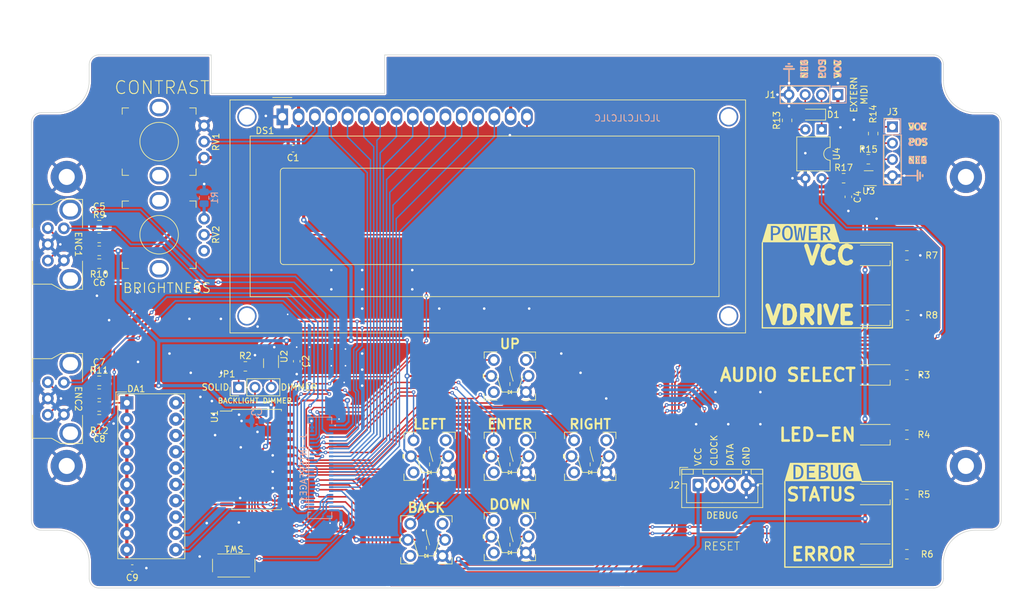
<source format=kicad_pcb>
(kicad_pcb (version 20211014) (generator pcbnew)
  (title_block (title "Light Drum Interface") (rev "REV3") (company "Daxxn Industries"))
  (layers (0 "F.Cu" signal) (31 "B.Cu" mixed) (34 "B.Paste" user) (35 "F.Paste" user) (36 "B.SilkS" user "B.Silkscreen") (37 "F.SilkS" user "F.Silkscreen") (38 "B.Mask" user) (39 "F.Mask" user) (44 "Edge.Cuts" user))
  (property "D-CAP" "100nF")
  (property "LED-RES" "330Ω")
  (property "P-RES" "10KΩ")
  (property "R" "Ω")
  (net 0 "")
  (net 1 "VCC")
  (net 2 "GND")
  (net 3 "/~{RESET}")
  (net 4 "Net-(D-AUDIO-SEL1-Pad1)")
  (net 5 "Net-(D-DBG1-Pad1)")
  (net 6 "Net-(D-STA1-Pad1)")
  (net 7 "Net-(D-STRIP-EN1-Pad1)")
  (net 8 "Net-(D-VCC1-Pad1)")
  (net 9 "Net-(D-VDRIVE1-Pad1)")
  (net 10 "Vdrive")
  (net 11 "Net-(D1-Pad1)")
  (net 12 "Net-(D1-Pad2)")
  (net 13 "Net-(DA1-Pad11)")
  (net 14 "Net-(DA1-Pad12)")
  (net 15 "Net-(DA1-Pad13)")
  (net 16 "Net-(DA1-Pad14)")
  (net 17 "Net-(DA1-Pad15)")
  (net 18 "Net-(DA1-Pad16)")
  (net 19 "Net-(DA1-Pad17)")
  (net 20 "Net-(DA1-Pad18)")
  (net 21 "Net-(DA1-Pad19)")
  (net 22 "Net-(DA1-Pad20)")
  (net 23 "Net-(DS1-Pad3)")
  (net 24 "/SCR-RS")
  (net 25 "/SCR-RW")
  (net 26 "/SCR-EN")
  (net 27 "/SCR-D0")
  (net 28 "/SCR-D1")
  (net 29 "/SCR-D2")
  (net 30 "/SCR-D3")
  (net 31 "/SCR-D4")
  (net 32 "/SCR-D5")
  (net 33 "/SCR-D6")
  (net 34 "/SCR-D7")
  (net 35 "Net-(DS1-Pad16)")
  (net 36 "/ENC1-A")
  (net 37 "/ENC1-B")
  (net 38 "/ENC2-A")
  (net 39 "/MENU-UP")
  (net 40 "/MENU-DOWN")
  (net 41 "/MENU-ACT")
  (net 42 "/MENU-LEFT")
  (net 43 "/MENU-RIGHT")
  (net 44 "/MENU-BACK")
  (net 45 "/DIAG-STATUS")
  (net 46 "/DIAG-DEBUG")
  (net 47 "/DIAG-STRIP-EN")
  (net 48 "/DIAG-AUDIO-SEL")
  (net 49 "/IND-SDATA")
  (net 50 "/IND-CLK")
  (net 51 "/IND-LE")
  (net 52 "/IND-~{OE}")
  (net 53 "/ENC2-B")
  (net 54 "Net-(R13-Pad2)")
  (net 56 "Net-(S-ACT1-Pad6)")
  (net 57 "Net-(S-BCK1-Pad6)")
  (net 58 "Net-(S-DWN1-Pad6)")
  (net 59 "Net-(S-LFT1-Pad6)")
  (net 60 "Net-(S-RGT1-Pad6)")
  (net 61 "Net-(S-UP1-Pad6)")
  (net 62 "/ENC1-SW")
  (net 63 "/I2C-SDA")
  (net 64 "/I2C-SCLK")
  (net 65 "Net-(JP1-Pad1)")
  (net 66 "/R-EXT")
  (net 67 "Net-(JP1-Pad3)")
  (net 68 "/ENC2-SW")
  (net 69 "/MIDI-OUT")
  (net 70 "/MIDI-IN")
  (net 71 "Net-(J3-Pad2)")
  (net 72 "Net-(J3-Pad3)")
  (net 73 "Net-(R1-Pad1)")
  (net 76 "Net-(R15-Pad2)")
  (net 77 "Net-(U3-Pad3)")
  (footprint "Package_TO_SOT_SMD:SOT-363_SC-70-6" (layer "F.Cu") (at 158.86 47.7 180)
    (fp_text reference "U3")
    (fp_text value "74AUP2G04")
  )
  (footprint "Daxxn_LEDs:LED_PLCC-2" (layer "F.Cu") (at 159.81 69.026 180)
    (fp_text reference "D-VDRIVE1" hide)
    (fp_text value "YELLOW")
  )
  (footprint "Connector_JST:JST_XH_B4B-XH-A_1x04_P2.50mm_Vertical" (layer "F.Cu") (at 132.31 95.475)
    (fp_text reference "J2")
    (fp_text value "DEBUG-CONN")
  )
  (footprint "Resistor_SMD:R_0805_2012Metric" (layer "F.Cu") (at 164.8975 69.026)
    (fp_text reference "R8")
    (fp_text value "5.6KΩ")
  )
  (footprint "Resistor_SMD:R_0805_2012Metric" (layer "F.Cu") (at 39.06 57)
    (fp_text reference "R9")
    (fp_text value "10KΩ")
  )
  (footprint "Daxxn_Enclosures:UHZBTEC_Clear_ENC-158x90" (layer "F.Cu") (at 104 70)
    (fp_text reference "REF**" hide)
    (fp_text value "UHZBTEC_Clear_ENC-158x90")
  )
  (footprint "MountingHole:MountingHole_2.5mm_Pad" (layer "F.Cu") (at 34 92.5)
    (fp_text reference "H2" hide)
    (fp_text value "M2.5")
  )
  (footprint "MountingHole:MountingHole_2.5mm_Pad" (layer "F.Cu") (at 34 47.5)
    (fp_text reference "H1" hide)
    (fp_text value "M2.5")
  )
  (footprint "Package_SO:SOIC-24W_7.5x15.4mm_P1.27mm" (layer "F.Cu") (at 63.56 91.5)
    (fp_text reference "U1")
    (fp_text value "STP16CP05")
  )
  (footprint "Diode_SMD:D_SOD-323_HandSoldering" (layer "F.Cu") (at 150.26 37.8 180)
    (fp_text reference "D1")
    (fp_text value "IN4848")
  )
  (footprint "kibuzzard-62EEA0C0" (layer "F.Cu") (at 151.81 93.44)
    (fp_text reference "kibuzzard-62EEA0C0" hide)
    (fp_text value "G***" hide)
  )
  (footprint "Daxxn_LEDs:LED_PLCC-2" (layer "F.Cu") (at 159.81 106.25 180)
    (fp_text reference "D-DBG1" hide)
    (fp_text value "RED")
  )
  (footprint "Resistor_SMD:R_0805_2012Metric" (layer "F.Cu") (at 61.81 77)
    (fp_text reference "R2")
    (fp_text value "560Ω")
  )
  (footprint "Display:HDSP-48xx" (layer "F.Cu") (at 43.3575 82.6775)
    (fp_text reference "DA1")
    (fp_text value "LTA-1000HR")
  )
  (footprint "Daxxn_Switches:ILS-TB" (layer "F.Cu") (at 90 104)
    (fp_text reference "S-BCK1" hide)
    (fp_text value "ILS")
  )
  (footprint "Daxxn_Switches:ILS-TB" (layer "F.Cu") (at 115.5 91)
    (fp_text reference "S-RGT1" hide)
    (fp_text value "ILS")
  )
  (footprint "kibuzzard-62EEA0FE" (layer "F.Cu") (at 148.31 56.25)
    (fp_text reference "kibuzzard-62EEA0FE" hide)
    (fp_text value "G***" hide)
  )
  (footprint "Daxxn_Switches:PEC12R" (layer "F.Cu") (at 31.06 82 -90)
    (fp_text reference "ENC2")
    (fp_text value "Encoder2")
  )
  (footprint "Package_DIP:DIP-4_W7.62mm" (layer "F.Cu") (at 151.535 40.1 -90)
    (fp_text reference "U4")
    (fp_text value "PC817")
  )
  (footprint "Daxxn_Switches:ILS-TB" (layer "F.Cu") (at 103 78.5)
    (fp_text reference "S-UP1" hide)
    (fp_text value "ILS")
  )
  (footprint "Capacitor_SMD:C_0603_1608Metric" (layer "F.Cu") (at 44.2 108.4)
    (fp_text reference "C9")
    (fp_text value "1uF")
  )
  (footprint "Resistor_SMD:R_0805_2012Metric" (layer "F.Cu") (at 39.06 59 180)
    (fp_text reference "R10")
    (fp_text value "10KΩ")
  )
  (footprint "Resistor_SMD:R_0805_2012Metric" (layer "F.Cu") (at 164.81 96.944)
    (fp_text reference "R5")
    (fp_text value "470Ω")
  )
  (footprint "Daxxn_LEDs:LED_PLCC-2" (layer "F.Cu") (at 159.81 78.332 180)
    (fp_text reference "D-AUDIO-SEL1" hide)
    (fp_text value "GREEN")
  )
  (footprint "Connector_PinHeader_2.54mm:PinHeader_1x03_P2.54mm_Vertical" (layer "F.Cu") (at 60.77 80.25 90)
    (fp_text reference "JP1")
    (fp_text value "BRT-JMP")
  )
  (footprint "Resistor_SMD:R_0805_2012Metric" (layer "F.Cu") (at 164.81 87.638)
    (fp_text reference "R4")
    (fp_text value "330Ω")
  )
  (footprint "MountingHole:MountingHole_2.5mm_Pad" (layer "F.Cu") (at 174 92.5)
    (fp_text reference "H3" hide)
    (fp_text value "M2.5")
  )
  (footprint "Resistor_SMD:R_0805_2012Metric" (layer "F.Cu") (at 39.06 81.25)
    (fp_text reference "R11")
    (fp_text value "10KΩ")
  )
  (footprint "Daxxn_Switches:ILS-TB" (layer "F.Cu") (at 103 103.5)
    (fp_text reference "S-DWN1" hide)
    (fp_text value "ILS")
  )
  (footprint "Capacitor_SMD:C_0603_1608Metric" (layer "F.Cu") (at 69.81 76.2 -90)
    (fp_text reference "C2")
    (fp_text value "100nF")
  )
  (footprint "Resistor_SMD:R_0805_2012Metric" (layer "F.Cu") (at 164.81 78.332)
    (fp_text reference "R3")
    (fp_text value "330Ω")
  )
  (footprint "Resistor_SMD:R_0805_2012Metric" (layer "F.Cu") (at 158.81 44.75 180)
    (fp_text reference "R15")
    (fp_text value "220Ω")
  )
  (footprint "Resistor_SMD:R_0805_2012Metric" (layer "F.Cu") (at 39.06 83.25 180)
    (fp_text reference "R12")
    (fp_text value "10KΩ")
  )
  (footprint "MountingHole:MountingHole_2.5mm_Pad" (layer "F.Cu") (at 174 47.5)
    (fp_text reference "H4" hide)
    (fp_text value "M2.5")
  )
  (footprint "Daxxn_LEDs:LED_PLCC-2" (layer "F.Cu") (at 159.81 59.72 180)
    (fp_text reference "D-VCC1" hide)
    (fp_text value "YELLOW")
  )
  (footprint "Connector_PinHeader_2.54mm:PinHeader_1x04_P2.54mm_Vertical" (layer "F.Cu") (at 154.06 34.69 -90)
    (fp_text reference "J1")
    (fp_text value "Conn_01x04_Male")
  )
  (footprint "Capacitor_SMD:C_0805_2012Metric" (layer "F.Cu") (at 39.06 79.25)
    (fp_text reference "C7")
    (fp_text value "100nF")
  )
  (footprint "Daxxn_LEDs:LED_PLCC-2" (layer "F.Cu") (at 159.81 87.638 180)
    (fp_text reference "D-STRIP-EN1" hide)
    (fp_text value "GREEN")
  )
  (footprint "Capacitor_SMD:C_0805_2012Metric" (layer "F.Cu") (at 39.06 85.25 180)
    (fp_text reference "C8")
    (fp_text value "100nF")
  )
  (footprint "Capacitor_SMD:C_0805_2012Metric" (layer "F.Cu") (at 39.06 55)
    (fp_text reference "C5")
    (fp_text value "100nF")
  )
  (footprint "Daxxn_Switches:TL3365AF180QG" (layer "F.Cu") (at 60 108 180)
    (fp_text reference "SW1")
    (fp_text value "RESET-SW")
  )
  (footprint "Package_TO_SOT_SMD:Texas_R-PDSO-G6" (layer "F.Cu") (at 65.81 76.5 -90)
    (fp_text reference "U2")
    (fp_text value "TPL0401B-10-Q1")
  )
  (footprint "Daxxn_Switches:ILS-TB" (layer "F.Cu") (at 90.5 91)
    (fp_text reference "S-LFT1" hide)
    (fp_text value "ILS")
  )
  (footprint "Daxxn_Switches:PT01-D120K2-B103" (layer "F.Cu") (at 48.3885 56.5 90)
    (fp_text reference "RV2")
    (fp_text value "1KΩ")
  )
  (footprint "Capacitor_SMD:C_0603_1608Metric" (layer "F.Cu") (at 155.7 50.6 -90)
    (fp_text reference "C4")
    (fp_text value "100nF")
  )
  (footprint "Resistor_SMD:R_0805_2012Metric" (layer "F.Cu") (at 164.81 106.25)
    (fp_text reference "R6")
    (fp_text value "330Ω")
  )
  (footprint "Capacitor_SMD:C_0805_2012Metric" (layer "F.Cu") (at 39.06 61 180)
    (fp_text reference "C6")
    (fp_text value "100nF")
  )
  (footprint "Connector_PinHeader_2.54mm:PinHeader_1x04_P2.54mm_Vertical" (layer "F.Cu") (at 162.56 39.7)
    (fp_text reference "J3")
    (fp_text value "Conn_01x04_Male")
  )
  (footprint "Daxxn_Switches:ILS-TB" (layer "F.Cu") (at 103 91)
    (fp_text reference "S-ACT1" hide)
    (fp_text value "ILS")
  )
  (footprint "Capacitor_SMD:C_0603_1608Metric" (layer "F.Cu") (at 69.25 43.1 180)
    (fp_text reference "C1")
    (fp_text value "100nF")
  )
  (footprint "Resistor_SMD:R_0805_2012Metric" (layer "F.Cu") (at 159.56 40.75 90)
    (fp_text reference "R14")
    (fp_text value "220Ω")
  )
  (footprint "Resistor_SMD:R_0805_2012Metric" (layer "F.Cu") (at 154.96 47.7)
    (fp_text reference "R17")
    (fp_text value "10KΩ")
  )
  (footprint "Daxxn_Switches:PEC12R" (layer "F.Cu") (at 31.06 58 -90)
    (fp_text reference "ENC1")
    (fp_text value "Encoder1")
  )
  (footprint "Resistor_SMD:R_0805_2012Metric" (layer "F.Cu") (at 146.16 38.7 -90)
    (fp_text reference "R13")
    (fp_text value "220Ω")
  )
  (footprint "Display:WC1602A" (layer "F.Cu") (at 67.56 38.1425)
    (fp_text reference "DS1")
    (fp_text value "WC1602A")
  )
  (footprint "Daxxn_LEDs:LED_PLCC-2" (layer "F.Cu") (at 159.81 96.944 180)
    (fp_text reference "D-STA1" hide)
    (fp_text value "ORANGE")
  )
  (footprint "Daxxn_Switches:PT01-D120K2-B103" (layer "F.Cu") (at 48.3885 42 90)
    (fp_text reference "RV1")
    (fp_text value "10KΩ")
  )
  (footprint "Resistor_SMD:R_0805_2012Metric" (layer "F.Cu") (at 164.81 59.72)
    (fp_text reference "R7")
    (fp_text value "3KΩ")
  )
  (footprint "Capacitor_SMD:C_0603_1608Metric" (layer "B.Cu") (at 63.56 85.5 180)
    (fp_text reference "C3")
    (fp_text value "100nF")
  )
  (footprint "Resistor_SMD:R_0805_2012Metric" (layer "B.Cu") (at 55.3885 50.75 90)
    (fp_text reference "R1")
    (fp_text value "120Ω")
  )
  (footprint "Daxxn_Connectors:5025984593" (layer "B.Cu") (at 75.1625 92.8 -90)
    (fp_text reference "J-INTERFACE1")
    (fp_text value "INTERFACE CONN")
  )
  (gr_line (start 152.86 36.09) (end 145.06 36.09) (layer "B.SilkS") (width 0.15))
  (gr_line (start 166.45 46.5) (end 166.45 47.3) (layer "B.SilkS") (width 0.25))
  (gr_line (start 163.95 40.95) (end 163.95 48.75) (layer "B.SilkS") (width 0.15))
  (gr_line (start 146.46 30.69) (end 147.26 30.69) (layer "B.SilkS") (width 0.25))
  (gr_line (start 166.45 48.1) (end 166.45 47.3) (layer "B.SilkS") (width 0.25))
  (gr_line (start 161.25 38.45) (end 163.85 38.45) (layer "B.SilkS") (width 0.15))
  (gr_line (start 163.85 38.45) (end 163.85 40.75) (layer "B.SilkS") (width 0.15))
  (gr_line (start 163.95 48.75) (end 161.15 48.75) (layer "B.SilkS") (width 0.15))
  (gr_line (start 161.15 48.75) (end 161.15 40.95) (layer "B.SilkS") (width 0.15))
  (gr_line (start 145.06 33.29) (end 152.86 33.29) (layer "B.SilkS") (width 0.15))
  (gr_line (start 155.36 35.99) (end 153.06 35.99) (layer "B.SilkS") (width 0.15))
  (gr_line (start 153.16 33.39) (end 155.36 33.39) (layer "B.SilkS") (width 0.15))
  (gr_line (start 161.15 40.95) (end 163.95 40.95) (layer "B.SilkS") (width 0.15))
  (gr_line (start 146.46 33.19) (end 146.46 30.69) (layer "B.SilkS") (width 0.2))
  (gr_line (start 146.96 30.29) (end 145.96 30.29) (layer "B.SilkS") (width 0.25))
  (gr_line (start 155.36 33.39) (end 155.36 35.99) (layer "B.SilkS") (width 0.15))
  (gr_line (start 167.25 47.4) (end 167.25 47.2) (layer "B.SilkS") (width 0.25))
  (gr_line (start 145.06 36.09) (end 145.06 33.29) (layer "B.SilkS") (width 0.15))
  (gr_line (start 166.45 47.3) (end 163.95 47.3) (layer "B.SilkS") (width 0.2))
  (gr_line (start 146.46 30.69) (end 145.66 30.69) (layer "B.SilkS") (width 0.25))
  (gr_line (start 152.86 33.29) (end 152.86 36.09) (layer "B.SilkS") (width 0.15))
  (gr_line (start 166.85 47.8) (end 166.85 46.8) (layer "B.SilkS") (width 0.25))
  (gr_line (start 161.25 40.65) (end 161.25 38.45) (layer "B.SilkS") (width 0.15))
  (gr_line (start 146.56 29.89) (end 146.36 29.89) (layer "B.SilkS") (width 0.25))
  (gr_line (start 162.56 108.25) (end 162.56 94.94) (layer "F.SilkS") (width 0.2))
  (gr_line (start 166.475 47.3) (end 163.975 47.3) (layer "F.SilkS") (width 0.2))
  (gr_line (start 146.96 30.29) (end 145.96 30.29) (layer "F.SilkS") (width 0.25))
  (gr_line (start 162.56 94.94) (end 157.81 94.94) (layer "F.SilkS") (width 0.2))
  (gr_line (start 142.31 57.75) (end 142.31 71) (layer "F.SilkS") (width 0.2))
  (gr_line (start 167.275 47.4) (end 167.275 47.2) (layer "F.SilkS") (width 0.25))
  (gr_line (start 142.31 71) (end 162.56 71) (layer "F.SilkS") (width 0.2))
  (gr_line (start 145.81 108.25) (end 162.56 108.25) (layer "F.SilkS") (width 0.2))
  (gr_line (start 145.81 94.94) (end 145.81 108.25) (layer "F.SilkS") (width 0.2))
  (gr_line (start 146.46 30.69) (end 145.66 30.69) (layer "F.SilkS") (width 0.25))
  (gr_line (start 166.475 48.1) (end 166.475 47.3) (layer "F.SilkS") (width 0.25))
  (gr_line (start 166.875 47.8) (end 166.875 46.8) (layer "F.SilkS") (width 0.25))
  (gr_line (start 146.46 33.29) (end 146.46 30.69) (layer "F.SilkS") (width 0.2))
  (gr_line (start 146.56 29.89) (end 146.36 29.89) (layer "F.SilkS") (width 0.25))
  (gr_line (start 162.56 71) (end 162.56 57.75) (layer "F.SilkS") (width 0.2))
  (gr_line (start 166.475 46.5) (end 166.475 47.3) (layer "F.SilkS") (width 0.25))
  (gr_line (start 146.46 30.69) (end 147.26 30.69) (layer "F.SilkS") (width 0.25))
  (gr_line (start 162.56 57.75) (end 154.31 57.75) (layer "F.SilkS") (width 0.2))
  (gr_line (start 28.5 101) (end 28.5 39) (layer "Edge.Cuts") (width 0.1))
  (gr_line (start 169 111.5) (end 39 111.5) (layer "Edge.Cuts") (width 0.1))
  (gr_line (start 37.5 110) (end 37.5 107.5) (layer "Edge.Cuts") (width 0.1))
  (gr_arc (start 37.5 30) (mid 37.93934 28.93934) (end 39 28.5) (layer "Edge.Cuts") (width 0.1))
  (gr_line (start 83.5 28.5) (end 169 28.5) (layer "Edge.Cuts") (width 0.1))
  (gr_line (start 56.5 34.5) (end 83.5 34.5) (layer "Edge.Cuts") (width 0.1))
  (gr_line (start 170.5 107.5) (end 170.5 110) (layer "Edge.Cuts") (width 0.1))
  (gr_arc (start 175.5 37.5) (mid 171.964466 36.035534) (end 170.5 32.5) (layer "Edge.Cuts") (width 0.1))
  (gr_arc (start 170.5 107.5) (mid 171.964466 103.964466) (end 175.5 102.5) (layer "Edge.Cuts") (width 0.1))
  (gr_line (start 37.5 30) (end 37.5 32.5) (layer "Edge.Cuts") (width 0.1))
  (gr_line (start 39 28.5) (end 56.5 28.5) (layer "Edge.Cuts") (width 0.1))
  (gr_arc (start 37.5 32.5) (mid 36.035534 36.035534) (end 32.5 37.5) (layer "Edge.Cuts") (width 0.1))
  (gr_arc (start 28.5 39) (mid 28.93934 37.93934) (end 30 37.5) (layer "Edge.Cuts") (width 0.1))
  (gr_arc (start 169 28.5) (mid 170.06066 28.93934) (end 170.5 30) (layer "Edge.Cuts") (width 0.1))
  (gr_arc (start 179.5 101) (mid 179.06066 102.06066) (end 178 102.5) (layer "Edge.Cuts") (width 0.1))
  (gr_line (start 83.5 34.5) (end 83.5 28.5) (layer "Edge.Cuts") (width 0.1))
  (gr_line (start 175.5 37.5) (end 178 37.5) (layer "Edge.Cuts") (width 0.1))
  (gr_line (start 178 102.5) (end 175.5 102.5) (layer "Edge.Cuts") (width 0.1))
  (gr_arc (start 32.5 102.5) (mid 36.035534 103.964466) (end 37.5 107.5) (layer "Edge.Cuts") (width 0.1))
  (gr_arc (start 30 102.5) (mid 28.93934 102.06066) (end 28.5 101) (layer "Edge.Cuts") (width 0.1))
  (gr_line (start 179.5 39) (end 179.5 101) (layer "Edge.Cuts") (width 0.1))
  (gr_arc (start 39 111.5) (mid 37.93934 111.06066) (end 37.5 110) (layer "Edge.Cuts") (width 0.1))
  (gr_arc (start 178 37.5) (mid 179.06066 37.93934) (end 179.5 39) (layer "Edge.Cuts") (width 0.1))
  (gr_line (start 30 37.5) (end 32.5 37.5) (layer "Edge.Cuts") (width 0.1))
  (gr_arc (start 170.5 110) (mid 170.06066 111.06066) (end 169 111.5) (layer "Edge.Cuts") (width 0.1))
  (gr_line (start 30 102.5) (end 32.5 102.5) (layer "Edge.Cuts") (width 0.1))
  (gr_line (start 170.5 30) (end 170.5 32.5) (layer "Edge.Cuts") (width 0.1))
  (gr_line (start 56.5 28.5) (end 56.5 34.5) (layer "Edge.Cuts") (width 0.1))
  (gr_text "NEG" (at 148.86 30.69 90) (layer "B.SilkS") (effects (font (size 1 1) (thickness 0.25)) (justify mirror)))
  (gr_text "VCC" (at 154.06 30.69 90) (layer "B.SilkS") (effects (font (size 1 1) (thickness 0.25)) (justify mirror)))
  (gr_text "POS" (at 166.475 42.1) (layer "B.SilkS") (effects (font (size 1 1) (thickness 0.25)) (justify mirror)))
  (gr_text "VCC" (at 166.475 39.7) (layer "B.SilkS") (effects (font (size 1 1) (thickness 0.25)) (justify mirror)))
  (gr_text "JLCJLCJLCJLC" (at 121.3 38.35) (layer "B.SilkS") (effects (font (size 1 1)) (justify mirror)))
  (gr_text "POS" (at 151.66 30.59 90) (layer "B.SilkS") (effects (font (size 1 1) (thickness 0.25)) (justify mirror)))
  (gr_text "NEG" (at 166.475 44.9) (layer "B.SilkS") (effects (font (size 1 1) (thickness 0.25)) (justify mirror)))
  (gr_text "CONTRAST" (at 41.3 33.6) (layer "F.SilkS") (effects (font (size 2 2)) (justify left)))
  (gr_text "POS" (at 151.66 30.69 90) (layer "F.SilkS") (effects (font (size 1 1) (thickness 0.25))))
  (gr_text "RESET" (at 136 105) (layer "F.SilkS") (effects (font (size 1.25 1.25) (thickness 0.12))))
  (gr_text "VCC" (at 132.3 92.6 90) (layer "F.SilkS") (effects (font (size 1 1)) (justify left)))
  (gr_text "DATA" (at 137.3 92.6 90) (layer "F.SilkS") (effects (font (size 1 1)) (justify left)))
  (gr_text "DEBUG" (at 136.05 100.2) (layer "F.SilkS") (effects (font (size 1 1))))
  (gr_text "VCC" (at 157.06 59.72) (layer "F.SilkS") (effects (font (size 2.7 2.7) (thickness 0.675)) (justify right)))
  (gr_text "EXTERN\nMIDI" (at 157.36 34.69 90) (layer "F.SilkS") (effects (font (size 1 1))))
  (gr_text "AUDIO SELECT" (at 157.06 78.332) (layer "F.SilkS") (effects (font (size 2 2) (thickness 0.4)) (justify right)))
  (gr_text "LEFT" (at 90.5 86) (layer "F.SilkS") (effects (font (size 1.5 1.5) (thickness 0.3))))
  (gr_text "BRIGHTNESS" (at 42.65 64.8) (layer "F.SilkS") (effects (font (size 1.5 1.5)) (justify left)))
  (gr_text "DIMMER" (at 70.15 80.25) (layer "F.SilkS") (effects (font (size 1 1))))
  (gr_text "NEG" (at 166.475 44.9) (layer "F.SilkS") (effects (font (size 1 1) (thickness 0.25))))
  (gr_text "BACKLIGHT DIMMER" (at 63.3 82.35) (layer "F.SilkS") (effects (font (size 0.8 0.8))))
  (gr_text "UP" (at 103 73.5) (layer "F.SilkS") (effects (font (size 1.5 1.5) (thickness 0.3))))
  (gr_text "CLOCK" (at 134.8 92.6 90) (layer "F.SilkS") (effects (font (size 1 1)) (justify left)))
  (gr_text "VDRIVE" (at 157.06 69.026) (layer "F.SilkS") (effects (font (size 2.7 2.7) (thickness 0.675)) (justify right)))
  (gr_text "ENTER" (at 103 86) (layer "F.SilkS") (effects (font (size 1.5 1.5) (thickness 0.3))))
  (gr_text "POS" (at 166.575 42.1) (layer "F.SilkS") (effects (font (size 1 1) (thickness 0.25))))
  (gr_text "GND" (at 139.8 92.6 90) (layer "F.SilkS") (effects (font (size 1 1)) (justify left)))
  (gr_text "STATUS" (at 157.06 96.944) (layer "F.SilkS") (effects (font (size 2 2) (thickness 0.4)) (justify right)))
  (gr_text "VCC" (at 166.475 39.7) (layer "F.SilkS") (effects (font (size 1 1) (thickness 0.25))))
  (gr_text "BACK" (at 90 99) (layer "F.SilkS") (effects (font (size 1.5 1.5) (thickness 0.3))))
  (gr_text "RIGHT" (at 115.5 86) (layer "F.SilkS") (effects (font (size 1.5 1.5) (thickness 0.3))))
  (gr_text "DOWN" (at 103 98.5) (layer "F.SilkS") (effects (font (size 1.5 1.5) (thickness 0.3))))
  (gr_text "SOLID" (at 57.15 80.25) (layer "F.SilkS") (effects (font (size 1 1))))
  (gr_text "LED-EN" (at 157.06 87.638) (layer "F.SilkS") (effects (font (size 2 2) (thickness 0.4)) (justify right)))
  (gr_text "ERROR" (at 157.06 106.25) (layer "F.SilkS") (effects (font (size 2 2) (thickness 0.4)) (justify right)))
  (gr_text "VCC" (at 154.06 30.69 90) (layer "F.SilkS") (effects (font (size 1 1) (thickness 0.25))))
  (gr_text "NEG" (at 148.86 30.69 90) (layer "F.SilkS") (effects (font (size 1 1) (thickness 0.25))))
  (segment (start 90 107.1) (end 90 105.4) (width 0.3) (layer "F.Cu") (net 1))
  (segment (start 158.31 100.69) (end 158.31 96.944) (width 0.5) (layer "F.Cu") (net 1))
  (segment (start 136.225 49.825) (end 155.7 49.825) (width 0.5) (layer "F.Cu") (net 1))
  (segment (start 155.8725 44.6275) (end 155.8725 47.7) (width 0.25) (layer "F.Cu") (net 1))
  (segment (start 155.8725 48.7275) (end 155.7 48.9) (width 0.25) (layer "F.Cu") (net 1))
  (segment (start 70.01 44.5) (end 70.01 42.99) (width 0.5) (layer "F.Cu") (net 1))
  (segment (start 52.4 54) (end 52.4 47.4885) (width 0.5) (layer "F.Cu") (net 1))
  (segment (start 43.3575 92.8375) (end 43.3575 95.3775) (width 0.5) (layer "F.Cu") (net 1))
  (segment (start 157.725 49.825) (end 158.31 50.41) (width 0.3) (layer "F.Cu") (net 1))
  (segment (start 39.9725 83.25) (end 39.9725 81.25) (width 0.25) (layer "F.Cu") (net 1))
  (segment (start 103 92.5) (end 103 94.4) (width 0.3) (layer "F.Cu") (net 1))
  (segment (start 70.075 38.1675) (end 70.1 38.1425) (width 0.5) (layer "F.Cu") (net 1))
  (segment (start 155.7 48.9) (end 155.7 49.825) (width 0.25) (layer "F.Cu") (net 1))
  (segment (start 103.12 35.9) (end 70.5 35.9) (width 0.5) (layer "F.Cu") (net 1))
  (segment (start 64.95 89.45) (end 64.5 89.9) (width 0.3) (layer "F.Cu") (net 1))
  (segment (start 65.81 83) (end 65.81 82.99) (width 0.5) (layer "F.Cu") (net 1))
  (segment (start 162.56 39.7) (end 159.6975 39.7) (width 0.25) (layer "F.Cu") (net 1))
  (segment (start 89.1 91) (end 87.6 91) (width 0.3) (layer "F.Cu") (net 1))
  (segment (start 43.3575 95.3775) (end 43.3575 97.9175) (width 0.5) (layer "F.Cu") (net 1))
  (segment (start 43.3575 90.2975) (end 43.3575 92.8375) (width 0.5) (layer "F.Cu") (net 1))
  (segment (start 156.06 39.75) (end 156.06 44.44) (width 0.25) (layer "F.Cu") (net 1))
  (segment (start 43.3575 100.4575) (end 43.3575 102.9975) (width 0.5) (layer "F.Cu") (net 1))
  (segment (start 70.5 35.9) (end 70.1 36.3) (width 0.5) (layer "F.Cu") (net 1))
  (segment (start 158.3 59.73) (end 158.31 59.72) (width 0.2) (layer "F.Cu") (net 1))
  (segment (start 70.1 36.3) (end 70.1 38.1425) (width 0.5) (layer "F.Cu") (net 1))
  (segment (start 47.4 59) (end 52.4 54) (width 0.5) (layer "F.Cu") (net 1))
  (segment (start 68.28 72.94) (end 78.26 72.94) (width 0.5) (layer "F.Cu") (net 1))
  (segment (start 88.6 104) (end 87.1 104) (width 0.3) (layer "F.Cu") (net 1))
  (segment (start 154.06 34.69) (end 154.06 37.75) (width 0.5) (layer "F.Cu") (net 1))
  (segment (start 103 94.4) (end 104.3 95.7) (width 0.3) (layer "F.Cu") (net 1))
  (segment (start 39.9725 59) (end 42 59) (width 0.25) (layer "F.Cu") (net 1))
  (segment (start 104.3 95.7) (end 107.9 95.7) (width 0.3) (layer "F.Cu") (net 1))
  (segment (start 101.5 91) (end 103 92.5) (width 0.3) (layer "F.Cu") (net 1))
  (segment (start 154.06 37.75) (end 156.06 39.75) (width 0.5) (layer "F.Cu") (net 1))
  (segment (start 48.31 80) (end 44.31 80) (width 0.5) (layer "F.Cu") (net 1))
  (segment (start 40.75 83.25) (end 41.3225 82.6775) (width 0.25) (layer "F.Cu") (net 1))
  (segment (start 155.7 49.825) (end 157.725 49.825) (width 0.3) (layer "F.Cu") (net 1))
  (segment (start 157.91 47.7) (end 155.8725 47.7) (width 0.25) (layer "F.Cu") (net 1))
  (segment (start 155.8725 47.7) (end 155.8725 48.7275) (width 0.25) (layer "F.Cu") (net 1))
  (segment (start 65.81 83) (end 68.21 83) (width 0.5) (layer "F.Cu") (net 1))
  (segment (start 78.3 72.9) (end 78.26 72.94) (width 0.3) (layer "F.Cu") (net 1))
  (segment (start 55.3885 44.5) (end 70.01 44.5) (width 0.5) (layer "F.Cu") (net 1))
  (segment (start 95.8 86.7) (end 100.1 91) (width 0.3) (layer "F.Cu") (net 1))
  (segment (start 77.7 82.3) (end 70.7 82.3) (width 0.3) (layer "F.Cu") (net 1))
  (segment (start 87 72.9) (end 78.3 72.9) (width 0.3) (layer "F.Cu") (net 1))
  (segment (start 158.31 87.638) (end 158.31 85.16) (width 0.5) (layer "F.Cu") (net 1))
  (segment (start 70.7 82.3) (end 70 83) (width 0.3) (layer "F.Cu") (net 1))
  (segment (start 107.9 95.7) (end 112.6 91) (width 0.25) (layer "F.Cu") (net 1))
  (segment (start 66.46 75.4) (end 68.2 75.4) (width 0.25) (layer "F.Cu") (net 1))
  (segment (start 158.31 96.944) (end 158.31 87.638) (width 0.5) (layer "F.Cu") (net 1))
  (segment (start 90.7 89.4) (end 89.1 91) (width 0.3) (layer "F.Cu") (net 1))
  (segment (start 156.1475 39.8375) (end 156.06 39.75) (width 0.25) (layer "F.Cu") (net 1))
  (segment (start 43.3575 87.7575) (end 43.3575 90.2975) (width 0.5) (layer "F.Cu") (net 1))
  (segment (start 158.31 85.16) (end 158.3 85.15) (width 0.5) (layer "F.Cu") (net 1))
  (segment (start 158.31 103.21) (end 158.31 106.25) (width 0.5) (layer "F.Cu") (net 1))
  (segment (start 43.3575 108.3325) (end 43.425 108.4) (width 0.5) (layer "F.Cu") (net 1))
  (segment (start 76.686696 102.7) (end 77.8 102.7) (width 0.5) (layer "F.Cu") (net 1))
  (segment (start 156.06 44.44) (end 155.8725 44.6275) (width 0.25) (layer "F.Cu") (net 1))
  (segment (start 66.7 100.9) (end 70.4 100.9) (width 0.3) (layer "F.Cu") (net 1))
  (segment (start 70.9 54.2) (end 70.9 45.39) (width 0.5) (layer "F.Cu") (net 1))
  (segment (start 43.3575 82.6775) (end 43.3575 85.2175) (width 0.5) (layer "F.Cu") (net 1))
  (segment (start 43.3575 85.2175) (end 43.3575 87.7575) (width 0.5) (layer "F.Cu") (net 1))
  (segment (start 90.9 108) (end 90 107.1) (width 0.3) (layer "F.Cu") (net 1))
  (segment (start 43.3575 102.9975) (end 43.3575 105.5375) (width 0.5) (layer "F.Cu") (net 1))
  (segment (start 43.3575 105.5375) (end 43.3575 108.3325) (width 0.5) (layer "F.Cu") (net 1))
  (segment (start 95 107) (end 96.6 107) (width 0.3) (layer "F.Cu") (net 1))
  (segment (start 43.3575 80.9525) (end 43.3575 82.6775) (width 0.5) (layer "F.Cu") (net 1))
  (segment (start 68.2 75.4) (end 68.21 75.39) (width 0.2) (layer "F.Cu") (net 1))
  (segment (start 94 108) (end 90.9 108) (width 0.3) (layer "F.Cu") (net 1))
  (segment (start 95.8 86.7) (end 91.8 86.7) (width 0.3) (layer "F.Cu") (net 1))
  (segment (start 64.5 89.9) (end 64.5 98.7) (width 0.3) (layer "F.Cu") (net 1))
  (segment (start 68.21 80.59) (end 68.21 75.39) (width 0.5) (layer "F.Cu") (net 1))
  (segment (start 158.3 62) (end 158.3 59.73) (width 0.5) (layer "F.Cu") (net 1))
  (segment (start 43.3575 97.9175) (end 43.3575 100.4575) (width 0.5) (layer "F.Cu") (net 1))
  (segment (start 70.4 100.9) (end 72.2 102.7) (width 0.3) (layer "F.Cu") (net 1))
  (segment (start 158.31 50.41) (end 158.31 59.72) (width 0.3) (layer "F.Cu") (net 1))
  (segment (start 72.2 102.7) (end 76.686696 102.7) (width 0.3) (layer "F.Cu") (net 1))
  (segment (start 69.775 75.39) (end 68.21 75.39) (width 0.25) (layer "F.Cu") (net 1))
  (segment (start 122.3 35.9) (end 136.225 49.825) (width 0.5) (layer "F.Cu") (net 1))
  (segment (start 70.9 45.39) (end 70.01 44.5) (width 0.5) (layer "F.Cu") (net 1))
  (segment (start 68.21 73.01) (end 68.28 72.94) (width 0.5) (layer "F.Cu") (net 1))
  (segment (start 39.9725 59) (end 39.9725 57) (width 0.25) (layer "F.Cu") (net 1))
  (segment (start 64.5 98.7) (end 66.7 100.9) (width 0.3) (layer "F.Cu") (net 1))
  (segment (start 42 59) (end 47.4 59) (width 0.5) (layer "F.Cu") (net 1))
  (segment (start 76.686696 102.7) (end 76.686696 101.613304) (width 0.5) (layer "F.Cu") (net 1))
  (segment (start 90 105.4) (end 88.6 104) (width 0.3) (layer "F.Cu") (net 1))
  (segment (start 103.1 35.9) (end 122.3 35.9) (width 0.5) (layer "F.Cu") (net 1))
  (segment (start 95 107) (end 94 108) (width 0.3) (layer "F.Cu") (net 1))
  (segment (start 41.3225 82.6775) (end 43.3575 82.6775) (width 0.25) (layer "F.Cu") (net 1))
  (segment (start 39.9725 83.25) (end 40.75 83.25) (width 0.25) (layer "F.Cu") (net 1))
  (segment (start 96.6 107) (end 100.1 103.5) (width 0.3) (layer "F.Cu") (net 1))
  (segment (start 77.8 102.7) (end 79.1 104) (width 0.5) (layer "F.Cu") (net 1))
  (segment (start 69.81 75.425) (end 69.775 75.39) (width 0.2) (layer "F.Cu") (net 1))
  (segment (start 44.31 80) (end 43.3575 80.9525) (width 0.5) (layer "F.Cu") (net 1))
  (segment (start 68.21 83) (end 68.21 84.515) (width 0.5) (layer "F.Cu") (net 1))
  (segment (start 70.075 42.925) (end 70.075 38.1675) (width 0.5) (layer "F.Cu") (net 1))
  (segment (start 70 83) (end 68.21 83) (width 0.3) (layer "F.Cu") (net 1))
  (segment (start 100.1 91) (end 101.5 91) (width 0.3) (layer "F.Cu") (net 1))
  (segment (start 52.4 47.4885) (end 55.3885 44.5) (width 0.5) (layer "F.Cu") (net 1))
  (segment (start 159.6975 39.7) (end 159.56 39.8375) (width 0.25) (layer "F.Cu") (net 1))
  (segment (start 87 78.5) (end 100.1 78.5) (width 0.3) (layer "F.Cu") (net 1))
  (segment (start 158.31 103.21) (end 158.31 100.69) (width 0.5) (layer "F.Cu") (net 1))
  (segment (start 159.56 39.8375) (end 156.1475 39.8375) (width 0.25) (layer "F.Cu") (net 1))
  (segment (start 91.8 86.7) (end 90.7 87.8) (width 0.3) (layer "F.Cu") (net 1))
  (segment (start 103.12 38.1425) (end 103.12 35.9) (width 0.5) (layer "F.Cu") (net 1))
  (segment (start 65.81 82.99) (end 68.21 80.59) (width 0.5) (layer "F.Cu") (net 1))
  (segment (start 68.21 73.01) (end 68.21 75.39) (width 0.5) (layer "F.Cu") (net 1))
  (segment (start 90.7 87.8) (end 90.7 89.4) (width 0.3) (layer "F.Cu") (net 1))
  (segment (start 70.01 42.99) (end 70.075 42.925) (width 0.5) (layer "F.Cu") (net 1))
  (via (at 68.21 73.01) (size 0.8) (drill 0.4) (layers "F.Cu" "B.Cu") (net 1))
  (via (at 70.9 54.2) (size 0.8) (drill 0.4) (layers "F.Cu" "B.Cu") (net 1))
  (via (at 48.31 80) (size 0.8) (drill 0.4) (layers "F.Cu" "B.Cu") (net 1))
  (via (at 158.3 62) (size 0.8) (drill 0.4) (layers "F.Cu" "B.Cu") (net 1))
  (via (at 158.3 85.15) (size 0.8) (drill 0.4) (layers "F.Cu" "B.Cu") (net 1))
  (via (at 95 107) (size 0.8) (drill 0.4) (layers "F.Cu" "B.Cu") (net 1))
  (via (at 158.31 100.69) (size 0.8) (drill 0.4) (layers "F.Cu" "B.Cu") (net 1))
  (via (at 79.1 104) (size 0.8) (drill 0.4) (layers "F.Cu" "B.Cu") (net 1))
  (via (at 76.686696 101.613304) (size 0.55) (drill 0.25) (layers "F.Cu" "B.Cu") (net 1))
  (via (at 64.95 89.45) (size 0.8) (drill 0.4) (layers "F.Cu" "B.Cu") (net 1))
  (via (at 77.7 82.3) (size 0.8) (drill 0.4) (layers "F.Cu" "B.Cu") (net 1))
  (via (at 78.26 72.94) (size 0.8) (drill 0.4) (layers "F.Cu" "B.Cu") (net 1))
  (via (at 87 78.5) (size 0.8) (drill 0.4) (layers "F.Cu" "B.Cu") (net 1))
  (via (at 65.81 83) (size 0.8) (drill 0.4) (layers "F.Cu" "B.Cu") (net 1))
  (via (at 42 59) (size 0.8) (drill 0.4) (layers "F.Cu" "B.Cu") (net 1))
  (via (at 87 72.9) (size 0.55) (drill 0.25) (layers "F.Cu" "B.Cu") (net 1))
  (segment (start 76.3 99.4) (end 75.1625 99.4) (width 0.3) (layer "B.Cu") (net 1))
  (segment (start 65.31 85.5) (end 64.51 85.5) (width 0.5) (layer "B.Cu") (net 1))
  (segment (start 77.9 83.5) (end 77.9 85.6) (width 0.3) (layer "B.Cu") (net 1))
  (segment (start 76.7 99.8) (end 76.3 99.4) (width 0.3) (layer "B.Cu") (net 1))
  (segment (start 96.5275 108.5275) (end 124.424511 108.5275) (width 0.5) (layer "B.Cu") (net 1))
  (segment (start 77.9 85.6) (end 77.3 86.2) (width 0.3) (layer "B.Cu") (net 1))
  (segment (start 68.2 73) (end 48.31 73) (width 0.5) (layer "B.Cu") (net 1))
  (segment (start 65.31 89.09) (end 65.31 85.5) (width 0.3) (layer "B.Cu") (net 1))
  (segment (start 65.81 83) (end 58.81 83) (width 0.5) (layer "B.Cu") (net 1))
  (segment (start 48.31 73) (end 48.31 80) (width 0.5) (layer "B.Cu") (net 1))
  (segment (start 158.3 100.7) (end 158.31 100.69) (width 0.2) (layer "B.Cu") (net 1))
  (segment (start 65.81 85) (end 65.31 85.5) (width 0.5) (layer "B.Cu") (net 1))
  (segment (start 86 100.5) (end 89.9 96.6) (width 0.3) (layer "B.Cu") (net 1))
  (segment (start 86.54952 87.55048) (end 86.54952 89.94952) (width 0.3) (layer "B.Cu") (net 1))
  (segment (start 89.9 96.6) (end 89.9 93.3) (width 0.3) (layer "B.Cu") (net 1))
  (segment (start 132.31 103.19) (end 132.31 95.475) (width 0.5) (layer "B.Cu") (net 1))
  (segment (start 78.26 61.56) (end 78.26 72.94) (width 0.5) (layer "B.Cu") (net 1))
  (segment (start 124.424511 108.5275) (end 126.424511 108.5275) (width 0.5) (layer "B.Cu") (net 1))
  (segment (start 138.1 103.2) (end 140.6 100.7) (width 0.5) (layer "B.Cu") (net 1))
  (segment (start 77.7 82.3) (end 77.7 83.3) (width 0.3) (layer "B.Cu") (net 1))
  (segment (start 89.9 93.3) (end 87.6 91) (width 0.3) (layer "B.Cu") (net 1))
  (segment (start 79.1 104) (end 87.1 104) (width 0.5) (layer "B.Cu") (net 1))
  (segment (start 87 78.5) (end 87 87.1) (width 0.3) (layer "B.Cu") (net 1))
  (segment (start 70.9 54.2) (end 78.26 61.56) (width 0.5) (layer "B.Cu") (net 1))
  (segment (start 68.21 73.01) (end 68.2 73) (width 0.5) (layer "B.Cu") (net 1))
  (segment (start 77.7 83.3) (end 77.9 83.5) (width 0.3) (layer "B.Cu") (net 1))
  (segment (start 158.3 85.15) (end 158.3 62) (width 0.5) (layer "B.Cu") (net 1))
  (segment (start 76.7 101.6) (end 76.7 99.8) (width 0.5) (layer "B.Cu") (net 1))
  (segment (start 77.3 86.2) (end 75.1625 86.2) (width 0.3) (layer "B.Cu") (net 1))
  (segment (start 132.32 103.2) (end 138.1 103.2) (width 0.5) (layer "B.Cu") (net 1))
  (segment (start 42 59) (end 42 66.7) (width 0.5) (layer "B.Cu") (net 1))
  (segment (start 86.54952 89.94952) (end 87.6 91) (width 0.3) (layer "B.Cu") (net 1))
  (segment (start 126.424511 108.5275) (end 128.7725 108.5275) (width 0.5) (layer "B.Cu") (net 1))
  (segment (start 87 87.1) (end 86.54952 87.55048) (width 0.3) (layer "B.Cu") (net 1))
  (segment (start 65.81 83) (end 65.81 85) (width 0.5) (layer "B.Cu") (net 1))
  (segment (start 87 78.5) (end 87 72.9) (width 0.3) (layer "B.Cu") (net 1))
  (segment (start 95 107) (end 96.5275 108.5275) (width 0.5) (layer "B.Cu") (net 1))
  (segment (start 140.6 100.7) (end 158.3 100.7) (width 0.5) (layer "B.Cu") (net 1))
  (segment (start 55.81 80) (end 48.31 80) (width 0.5) (layer "B.Cu") (net 1))
  (segment (start 128.7725 108.5275) (end 132.31 104.99) (width 0.5) (layer "B.Cu") (net 1))
  (segment (start 132.31 103.19) (end 132.32 103.2) (width 0.2) (layer "B.Cu") (net 1))
  (segment (start 42 66.7) (end 48.3 73) (width 0.5) (layer "B.Cu") (net 1))
  (segment (start 64.95 89.45) (end 65.31 89.09) (width 0.3) (layer "B.Cu") (net 1))
  (segment (start 76.686696 101.613304) (end 76.7 101.6) (width 0.22) (layer "B.Cu") (net 1))
  (segment (start 132.31 104.99) (end 132.31 103.19) (width 0.5) (layer "B.Cu") (net 1))
  (segment (start 48.3 73) (end 48.31 73) (width 0.5) (layer "B.Cu") (net 1))
  (segment (start 86 102.9) (end 86 100.5) (width 0.3) (layer "B.Cu") (net 1))
  (segment (start 58.81 83) (end 55.81 80) (width 0.5) (layer "B.Cu") (net 1))
  (segment (start 87.1 104) (end 86 102.9) (width 0.3) (layer "B.Cu") (net 1))
  (segment (start 61.22 84.91) (end 60.825 84.515) (width 0.5) (layer "F.Cu") (net 2))
  (segment (start 61.22 85.5) (end 61.22 84.91) (width 0.5) (layer "F.Cu") (net 2))
  (segment (start 166.882 78.332) (end 166.9 78.35) (width 0.25) (layer "F.Cu") (net 2))
  (segment (start 66.31 74) (end 65.81 74.5) (width 0.3) (layer "F.Cu") (net 2))
  (segment (start 62.7225 77) (end 62.7225 75.8375) (width 0.3) (layer "F.Cu") (net 2))
  (segment (start 160.8 47.7) (end 161.18 47.32) (width 0.25) (layer "F.Cu") (net 2))
  (segment (start 159.81 47.7) (end 160.8 47.7) (width 0.25) (layer "F.Cu") (net 2))
  (segment (start 165.7225 78.332) (end 166.882 78.332) (width 0.5) (layer "F.Cu") (net 2))
  (segment (start 65.81 74.5) (end 65.81 75.4) (width 0.3) (layer "F.Cu") (net 2))
  (segment (start 62.7225 75.8375) (end 63.31 75.25) (width 0.3) (layer "F.Cu") (net 2))
  (segment (start 60.825 84.515) (end 58.91 84.515) (width 0.5) (layer "F.Cu") (net 2))
  (segment (start 161.18 47.32) (end 162.56 47.32) (width 0.25) (layer "F.Cu") (net 2))
  (via (at 139.8 97.4) (size 0.8) (drill 0.4) (layers "F.Cu" "B.Cu") (net 2))
  (via (at 76.4 85.2) (size 0.55) (drill 0.25) (layers "F.Cu" "B.Cu") (net 2))
  (via (at 33 58) (size 0.8) (drill 0.4) (layers "F.Cu" "B.Cu") (net 2))
  (via (at 80 75) (size 0.8) (drill 0.4) (layers "F.Cu" "B.Cu") (net 2))
  (via (at 61 97.5) (size 0.8) (drill 0.4) (layers "F.Cu" "B.Cu") (net 2))
  (via (at 60.825 84.515) (size 0.8) (drill 0.4) (layers "F.Cu" "B.Cu") (net 2))
  (via (at 54.81 81.75) (size 0.8) (drill 0.4) (layers "F.Cu" "B.Cu") (net 2))
  (via (at 33.1 82) (size 0.8) (drill 0.4) (layers "F.Cu" "B.Cu") (net 2))
  (via (at 69.8 74) (size 0.55) (drill 0.25) (layers "F.Cu" "B.Cu") (net 2))
  (via (at 69.81 78.2) (size 0.8) (drill 0.4) (layers "F.Cu" "B.Cu") (net 2))
  (via (at 45.1 76.3) (size 0.8) (drill 0.4) (layers "F.Cu" "B.Cu") (net 2))
  (via (at 149 43.8) (size 0.8) (drill 0.4) (layers "F.Cu" "B.Cu") (net 2))
  (via (at 56.6 82.4) (size 0.8) (drill 0.4) (layers "F.Cu" "B.Cu") (net 2))
  (via (at 80 68) (size 0.8) (drill 0.4) (layers "F.Cu" "B.Cu") (net 2))
  (via (at 38.7 66) (size 0.8) (drill 0.4) (layers "F.Cu" "B.Cu") (net 2))
  (via (at 75.2 74.3) (size 0.55) (drill 0.25) (layers "F.Cu" "B.Cu") (net 2))
  (via (at 156.56 38.59) (size 0.8) (drill 0.4) (layers "F.Cu" "B.Cu") (net 2))
  (via (at 87.8 62) (size 0.8) (drill 0.4) (layers "F.Cu" "B.Cu") (net 2))
  (via (at 57.1 87.7) (size 0.8) (drill 0.4) (layers "F.Cu" "B.Cu") (net 2))
  (via (at 135 81) (size 0.8) (drill 0.4) (layers "F.Cu" "B.Cu") (net 2))
  (via (at 154.46 39.79) (size 0.8) (drill 0.4) (layers "F.Cu" "B.Cu") (net 2))
  (via (at 92 68) (size 0.8) (drill 0.4) (layers "F.Cu" "B.Cu") (net 2))
  (via (at 63.72 70.8) (size 0.8) (drill 0.4) (layers "F.Cu" "B.Cu") (net 2))
  (via (at 139.8 93.5) (size 0.8) (drill 0.4) (layers "F.Cu" "B.Cu") (net 2))
  (via (at 137 86) (size 0.8) (drill 0.4) (layers "F.Cu" "B.Cu") (net 2))
  (via (at 158.8 49.4) (size 0.8) (drill 0.4) (layers "F.Cu" "B.Cu") (net 2))
  (via (at 166.9 78.35) (size 0.8) (drill 0.4) (layers "F.Cu" "B.Cu") (net 2))
  (via (at 87.8 65) (size 0.8) (drill 0.4) (layers "F.Cu" "B.Cu") (net 2))
  (via (at 80 80) (size 0.8) (drill 0.4) (layers "F.Cu" "B.Cu") (net 2))
  (via (at 65 38) (size 0.8) (drill 0.4) (layers "F.Cu" "B.Cu") (net 2))
  (via (at 146.46 32.89) (size 0.8) (drill 0.4) (layers "F.Cu" "B.Cu") (net 2))
  (via (at 66.07 93.4) (size 0.8) (drill 0.4) (layers "F.Cu" "B.Cu") (net 2))
  (via (at 142 81) (size 0.8) (drill 0.4) (layers "F.Cu" "B.Cu") (net 2))
  (via (at 155.7 52.8) (size 0.8) (drill 0.4) (layers "F.Cu" "B.Cu") (net 2))
  (via (at 61.22 85.5) (size 0.8) (drill 0.4) (layers "F.Cu" "B.Cu") (net 2))
  (via (at 142 86) (size 0.8) (drill 0.4) (layers "F.Cu" "B.Cu") (net 2))
  (via (at 45 65.5) (size 0.8) (drill 0.4) (layers "F.Cu" "B.Cu") (net 2))
  (via (at 60.8 101.3) (size 0.8) (drill 0.4) (layers "F.Cu" "B.Cu") (net 2))
  (via (at 66.07 95.95) (size 0.8) (drill 0.4) (layers "F.Cu" "B.Cu") (net 2))
  (via (at 160.1 54) (size 0.8) (drill 0.4) (layers "F.Cu" "B.Cu") (net 2))
  (via (at 166.9 59.72) (size 0.8) (drill 0.4) (layers "F.Cu" "B.Cu") (net 2))
  (via (at 71.8 76.9) (size 0.55) (drill 0.25) (layers "F.Cu" "B.Cu") (net 2))
  (via (at 146.46 36.49) (size 0.8) (drill 0.4) (layers "F.Cu" "B.Cu") (net 2))
  (via (at 56.9 84.5) (size 0.8) (drill 0.4) (layers "F.Cu" "B.Cu") (net 2))
  (via (at 141.6 95.5) (size 0.8) (drill 0.4) (layers "F.Cu" "B.Cu") (net 2))
  (via (at 106 68) (size 0.8) (drill 0.4) (layers "F.Cu" "B.Cu") (net 2))
  (via (at 53.1 69.6) (size 0.8) (drill 0.4) (layers "F.Cu" "B.Cu") (net 2))
  (via (at 63.31 75.25) (size 0.8) (drill 0.4) (layers "F.Cu" "B.Cu") (net 2))
  (via (at 58.06 78) (size 0.8) (drill 0.4) (layers "F.Cu" "B.Cu") (net 2))
  (via (at 80 62) (size 0.8) (drill 0.4) (layers "F.Cu" "B.Cu") (net 2))
  (via (at 40 53.6) (size 0.8) (drill 0.4) (layers "F.Cu" "B.Cu") (net 2))
  (via (at 144.66 34.69) (size 0.8) (drill 0.4) (layers "F.Cu" "B.Cu") (net 2))
  (via (at 40 77.8) (size 0.8) (drill 0.4) (layers "F.Cu" "B.Cu") (net 2))
  (via (at 99 68) (size 0.8) (drill 0.4) (layers "F.Cu" "B.Cu") (net 2))
  (via (at 53.31 78) (size 0.8) (drill 0.4) (layers "F.Cu" "B.Cu") (net 2))
  (via (at 71.8 74) (size 0.55) (drill 0.25) (layers "F.Cu" "B.Cu") (net 2))
  (via (at 77.4 74.3) (size 0.55) (drill 0.25) (layers "F.Cu" "B.Cu") (net 2))
  (via (at 118 82) (size 0.8) (drill 0.4) (layers "F.Cu" "B.Cu") (net 2))
  (via (at 50 75) (size 0.8) (drill 0.4) (layers "F.Cu" "B.Cu") (net 2))
  (via (at 80 77.5) (size 0.8) (drill 0.4) (layers "F.Cu" "B.Cu") (net 2))
  (via (at 41.3 85.9) (size 0.8) (drill 0.4) (layers "F.Cu" "B.Cu") (net 2))
  (via (at 167 69.026) (size 0.8) (drill 0.4) (layers "F.Cu" "B.Cu") (net 2))
  (via (at 66.07 90.85) (size 0.8) (drill 0.4) (layers "F.Cu" "B.Cu") (net 2))
  (via (at 77.4 76.9) (size 0.55) (drill 0.25) (layers "F.Cu" "B.Cu") (net 2))
  (via (at 55.8 101.4) (size 0.8) (drill 0.4) (layers "F.Cu" "B.Cu") (net 2))
  (via (at 75.2 62) (size 0.8) (drill 0.4) (layers "F.Cu" "B.Cu") (net 2))
  (via (at 70.8 96) (size 0.55) (drill 0.25) (layers "F.Cu" "B.Cu") (net 2))
  (via (at 54.7 106.6) (size 0.8) (drill 0.4) (layers "F.Cu" "B.Cu") (net 2))
  (via (at 66.31 74) (size 0.8) (drill 0.4) (layers "F.Cu" "B.Cu") (net 2))
  (via (at 147 47.7) (size 0.8) (drill 0.4) (layers "F.Cu" "B.Cu") (net 2))
  (via (at 132 86) (size 0.8) (drill 0.4) (layers "F.Cu" "B.Cu") (net 2))
  (via (at 63.7 87.2) (size 0.8) (drill 0.4) (layers "F.Cu" "B.Cu") (net 2))
  (via (at 75.2 76.9) (size 0.55) (drill 0.25) (layers "F.Cu" "B.Cu") (net 2))
  (via (at 114 78) (size 0.8) (drill 0.4) (layers "F.Cu" "B.Cu") (net 2))
  (via (at 152.86 36.7) (size 0.8) (drill 0.4) (layers "F.Cu" "B.Cu") (net 2))
  (via (at 103 41) (size 0.8) (drill 0.4) (layers "F.Cu" "B.Cu") (net 2))
  (via (at 68.4 68.9) (size 0.55) (drill 0.25) (layers "F.Cu" "B.Cu") (net 2))
  (via (at 75 101.4) (size 0.55) (drill 0.25) (layers "F.Cu" "B.Cu") (net 2))
  (via (at 89.5 102.5) (size 0.8) (drill 0.4) (layers "F.Cu" "B.Cu") (net 2))
  (via (at 80 65) (size 0.8) (drill 0.4) (layers "F.Cu" "B.Cu") (net 2))
  (via (at 75.2 65) (size 0.8) (drill 0.4) (layers "F.Cu" "B.Cu") (net 2))
  (via (at 164.4 47.3) (size 0.8) (drill 0.4) (layers "F.Cu" "B.Cu") (net 2))
  (via (at 61.1 89.6) (size 0.8) (drill 0.4) (layers "F.Cu" "B.Cu") (net 2))
  (via (at 40 62.4) (size 0.8) (drill 0.4) (layers "F.Cu" "B.Cu") (net 2))
  (via (at 46.4 108.4) (size 0.8) (drill 0.4) (layers "F.Cu" "B.Cu") (net 2))
  (via (at 58 69.6) (size 0.8) (drill 0.4) (layers "F.Cu" "B.Cu") (net 2))
  (via (at 154.06 32.89) (size 0.8) (drill 0.4) (layers "F.Cu" "B.Cu") (net 2))
  (via (at 157.9 43) (size 0.8) (drill 0.4) (layers "F.Cu" "B.Cu") (net 2))
  (via (at 40.6 69.8) (size 0.8) (drill 0.4) (layers "F.Cu" "B.Cu") (net 2))
  (via (at 55.4 48.6) (size 0.8) (drill 0.4) (layers "F.Cu" "B.Cu") (net 2))
  (via (at 72.1 85.5) (size 0.8) (drill 0.4) (layers "F.Cu" "B.Cu") (net 2))
  (via (at 77.2 79.5) (size 0.55) (drill 0.25) (layers "F.Cu" "B.Cu") (net 2))
  (via (at 111 75) (size 0.8) (drill 0.4) (layers "F.Cu" "B.Cu") (net 2))
  (segment (start 73 93.9) (end 73 92.9) (width 0.22) (layer "B.Cu") (net 2))
  (segment (start 72.6 94.3) (end 73 93.9) (width 0.22) (layer "B.Cu") (net 2))
  (segment (start 73 92.9) (end 72.6 92.5) (width 0.22) (layer "B.Cu") (net 2))
  (segment (start 70.8 96.7) (end 70.8 96) (width 0.3) (layer "B.Cu") (net 2))
  (segment (start 72.1825 97.3) (end 71.4 97.3) (width 0.3) (layer "B.Cu") (net 2))
  (segment (start 72.1825 87.1) (end 72.1825 86.5) (width 0.35) (layer "B.Cu") (net 2))
  (segment (start 72.1825 94.3) (end 72.6 94.3) (width 0.22) (layer "B.Cu") (net 2))
  (segment (start 72.1825 86.5) (end 72.1825 85.5825) (width 0.35) (layer "B.Cu") (net 2))
  (segment (start 72.1825 85.5825) (end 72.1 85.5) (width 0.35) (layer "B.Cu") (net 2))
  (segment (start 71.4 97.3) (end 70.8 96.7) (width 0.3) (layer "B.Cu") (net 2))
  (segment (start 61.22 85.5) (end 62.61 85.5) (width 0.5) (layer "B.Cu") (net 2))
  (segment (start 72.6 92.5) (end 72.1825 92.5) (width 0.22) (layer "B.Cu") (net 2))
  (segment (start 57.75 106.925) (end 62.25 106.925) (width 0.25) (layer "F.Cu") (net 3))
  (segment (start 62.25 106.925) (end 64 106.925) (width 0.25) (layer "F.Cu") (net 3))
  (via (at 64 106.925) (size 0.55) (drill 0.25) (layers "F.Cu" "B.Cu") (net 3))
  (segment (start 78.4 98) (end 76.8 96.4) (width 0.22) (layer "B.Cu") (net 3))
  (segment (start 78.4 101.6) (end 78.4 98) (width 0.22) (layer "B.Cu") (net 3))
  (segment (start 64 106.925) (end 73.075 106.925) (width 0.22) (layer "B.Cu") (net 3))
  (segment (start 76.8 96.4) (end 75.1625 96.4) (width 0.22) (layer "B.Cu") (net 3))
  (segment (start 73.075 106.925) (end 78.4 101.6) (width 0.22) (layer "B.Cu") (net 3))
  (segment (start 161.31 78.332) (end 163.8975 78.332) (width 0.5) (layer "F.Cu") (net 4))
  (segment (start 161.31 106.25) (end 163.8975 106.25) (width 0.5) (layer "F.Cu") (net 5))
  (segment (start 161.31 96.944) (end 163.8975 96.944) (width 0.5) (layer "F.Cu") (net 6))
  (segment (start 161.31 87.638) (end 163.8975 87.638) (width 0.5) (layer "F.Cu") (net 7))
  (segment (start 161.31 59.72) (end 163.8975 59.72) (width 0.5) (layer "F.Cu") (net 8))
  (segment (start 161.31 69.026) (end 163.985 69.026) (width 0.5) (layer "F.Cu") (net 9))
  (segment (start 70.8 78.6) (end 84.4 78.6) (width 0.22) (layer "F.Cu") (net 10))
  (segment (start 84.4 78.6) (end 90 73) (width 0.22) (layer "F.Cu") (net 10))
  (segment (start 92.3 59.7) (end 132 59.7) (width 0.25) (layer "F.Cu") (net 10))
  (segment (start 90 66) (end 90 62) (width 0.22) (layer "F.Cu") (net 10))
  (segment (start 157.7 71.6) (end 158.31 70.99) (width 0.25) (layer "F.Cu") (net 10))
  (segment (start 69.7 79.7) (end 70.8 78.6) (width 0.22) (layer "F.Cu") (net 10))
  (segment (start 132 59.7) (end 143.9 71.6) (width 0.25) (layer "F.Cu") (net 10))
  (segment (start 90 62) (end 92.3 59.7) (width 0.22) (layer "F.Cu") (net 10))
  (segment (start 158.31 70.99) (end 158.31 69.026) (width 0.25) (layer "F.Cu") (net 10))
  (segment (start 143.9 71.6) (end 157.7 71.6) (width 0.25) (layer "F.Cu") (net 10))
  (via (at 69.7 79.7) (size 0.55) (drill 0.25) (layers "F.Cu" "B.Cu") (net 10))
  (via (at 90 66) (size 0.55) (drill 0.25) (layers "F.Cu" "B.Cu") (net 10))
  (via (at 90 73) (size 0.55) (drill 0.25) (layers "F.Cu" "B.Cu") (net 10))
  (segment (start 71.6 99.1) (end 72.1825 99.1) (width 0.22) (layer "B.Cu") (net 10))
  (segment (start 68.8 80.6) (end 68.8 98.4) (width 0.22) (layer "B.Cu") (net 10))
  (segment (start 90 73) (end 90 66) (width 0.22) (layer "B.Cu") (net 10))
  (segment (start 71.1 99.6) (end 71.6 99.1) (width 0.22) (layer "B.Cu") (net 10))
  (segment (start 68.8 98.4) (end 70 99.6) (width 0.22) (layer "B.Cu") (net 10))
  (segment (start 70 99.6) (end 71.1 99.6) (width 0.22) (layer "B.Cu") (net 10))
  (segment (start 69.7 79.7) (end 68.8 80.6) (width 0.22) (layer "B.Cu") (net 10))
  (segment (start 151.535 40.1) (end 151.535 37.825) (width 0.25) (layer "F.Cu") (net 11))
  (segment (start 151.535 37.825) (end 151.51 37.8) (width 0.2) (layer "F.Cu") (net 11))
  (segment (start 151.52 34.69) (end 151.52 37.79) (width 0.25) (layer "F.Cu") (net 11))
  (segment (start 151.52 37.79) (end 151.51 37.8) (width 0.25) (layer "F.Cu") (net 11))
  (segment (start 148.9975 37.7875) (end 149.01 37.8) (width 0.2) (layer "F.Cu") (net 12))
  (segment (start 148.98 34.69) (end 148.98 37.77) (width 0.25) (layer "F.Cu") (net 12))
  (segment (start 148.98 37.77) (end 149.01 37.8) (width 0.25) (layer "F.Cu") (net 12))
  (segment (start 146.16 37.7875) (end 148.9975 37.7875) (width 0.25) (layer "F.Cu") (net 12))
  (segment (start 66.42 97.2) (end 66.435 97.215) (width 0.25) (layer "F.Cu") (net 13))
  (segment (start 66.435 97.215) (end 68.21 97.215) (width 0.25) (layer "F.Cu") (net 13))
  (via (at 66.42 97.2) (size 0.55) (drill 0.25) (layers "F.Cu" "B.Cu") (net 13))
  (segment (start 52.9625 105.5375) (end 50.9775 105.5375) (width 0.25) (layer "B.Cu") (net 13))
  (segment (start 66.42 97.2) (end 66.4 97.22) (width 0.25) (layer "B.Cu") (net 13))
  (segment (start 59.275489 99.224511) (end 52.9625 105.5375) (width 0.25) (layer "B.Cu") (net 13))
  (segment (start 66.4 97.22) (end 66.4 98.7) (width 0.25) (layer "B.Cu") (net 13))
  (segment (start 65.875489 99.224511) (end 59.275489 99.224511) (width 0.25) (layer "B.Cu") (net 13))
  (segment (start 66.4 98.7) (end 65.875489 99.224511) (width 0.25) (layer "B.Cu") (net 13))
  (segment (start 65.7 98.5) (end 68.195 98.5) (width 0.25) (layer "F.Cu") (net 14))
  (segment (start 68.195 98.5) (end 68.21 98.485) (width 0.25) (layer "F.Cu") (net 14))
  (via (at 65.7 98.5) (size 0.55) (drill 0.25) (layers "F.Cu" "B.Cu") (net 14))
  (segment (start 57.515 98.485) (end 53.0025 102.9975) (width 0.25) (layer "B.Cu") (net 14))
  (segment (start 53.0025 102.9975) (end 50.9775 102.9975) (width 0.25) (layer "B.Cu") (net 14))
  (segment (start 65.7 98.5) (end 65.685 98.485) (width 0.25) (layer "B.Cu") (net 14))
  (segment (start 65.685 98.485) (end 57.515 98.485) (width 0.25) (layer "B.Cu") (net 14))
  (segment (start 54.915 98.485) (end 58.91 98.485) (width 0.25) (layer "F.Cu") (net 15))
  (segment (start 50.9775 100.4575) (end 52.9425 100.4575) (width 0.25) (layer "F.Cu") (net 15))
  (segment (start 52.9425 100.4575) (end 54.915 98.485) (width 0.25) (layer "F.Cu") (net 15))
  (segment (start 52.9825 97.9175) (end 53.685 97.215) (width 0.25) (layer "F.Cu") (net 16))
  (segment (start 50.9775 97.9175) (end 52.9825 97.9175) (width 0.25) (layer "F.Cu") (net 16))
  (segment (start 53.685 97.215) (end 58.91 97.215) (width 0.25) (layer "F.Cu") (net 16))
  (segment (start 50.9775 95.3775) (end 52.9275 95.3775) (width 0.25) (layer "F.Cu") (net 17))
  (segment (start 53.495 95.945) (end 58.91 95.945) (width 0.25) (layer "F.Cu") (net 17))
  (segment (start 52.9275 95.3775) (end 53.495 95.945) (width 0.25) (layer "F.Cu") (net 17))
  (segment (start 52.9375 92.8375) (end 54.775 94.675) (width 0.25) (layer "F.Cu") (net 18))
  (segment (start 54.775 94.675) (end 58.91 94.675) (width 0.25) (layer "F.Cu") (net 18))
  (segment (start 50.9775 92.8375) (end 52.9375 92.8375) (width 0.25) (layer "F.Cu") (net 18))
  (segment (start 56.055 93.405) (end 58.91 93.405) (width 0.25) (layer "F.Cu") (net 19))
  (segment (start 52.9475 90.2975) (end 56.055 93.405) (width 0.25) (layer "F.Cu") (net 19))
  (segment (start 50.9775 90.2975) (end 52.9475 90.2975) (width 0.25) (layer "F.Cu") (net 19))
  (segment (start 57.335 92.135) (end 52.9575 87.7575) (width 0.25) (layer "F.Cu") (net 20))
  (segment (start 52.9575 87.7575) (end 50.9775 87.7575) (width 0.25) (layer "F.Cu") (net 20))
  (segment (start 58.91 92.135) (end 57.335 92.135) (width 0.25) (layer "F.Cu") (net 20))
  (segment (start 57.365 90.865) (end 58.91 90.865) (width 0.25) (layer "F.Cu") (net 21))
  (segment (start 52.9175 85.2175) (end 54 86.3) (width 0.25) (layer "F.Cu") (net 21))
  (segment (start 50.9775 85.2175) (end 52.9175 85.2175) (width 0.25) (layer "F.Cu") (net 21))
  (segment (start 54 87.5) (end 57.365 90.865) (width 0.25) (layer "F.Cu") (net 21))
  (segment (start 54 86.3) (end 54 87.5) (width 0.25) (layer "F.Cu") (net 21))
  (segment (start 56 88.2) (end 56 85.7) (width 0.25) (layer "F.Cu") (net 22))
  (segment (start 57.395 89.595) (end 56 88.2) (width 0.25) (layer "F.Cu") (net 22))
  (segment (start 52.9775 82.6775) (end 50.9775 82.6775) (width 0.25) (layer "F.Cu") (net 22))
  (segment (start 56 85.7) (end 52.9775 82.6775) (width 0.25) (layer "F.Cu") (net 22))
  (segment (start 58.91 89.595) (end 57.395 89.595) (width 0.25) (layer "F.Cu") (net 22))
  (segment (start 72.64 40.36) (end 72.64 38.1425) (width 0.25) (layer "B.Cu") (net 23))
  (segment (start 71 42) (end 72.64 40.36) (width 0.25) (layer "B.Cu") (net 23))
  (segment (start 55.3885 42) (end 71 42) (width 0.25) (layer "B.Cu") (net 23))
  (segment (start 80.8 86.9) (end 80.8 46.85) (width 0.22) (layer "B.Cu") (net 24))
  (segment (start 75.1625 89.8) (end 77.9 89.8) (width 0.22) (layer "B.Cu") (net 24))
  (segment (start 80.8 46.85) (end 75.18 41.23) (width 0.22) (layer "B.Cu") (net 24))
  (segment (start 75.18 41.23) (end 75.18 38.1425) (width 0.22) (layer "B.Cu") (net 24))
  (segment (start 77.9 89.8) (end 80.8 86.9) (width 0.22) (layer "B.Cu") (net 24))
  (segment (start 77.72 41.27) (end 77.72 38.1425) (width 0.22) (layer "B.Cu") (net 25))
  (segment (start 81.3 87.1) (end 81.3 44.85) (width 0.22) (layer "B.Cu") (net 25))
  (segment (start 75.1625 90.4) (end 78 90.4) (width 0.22) (layer "B.Cu") (net 25))
  (segment (start 78 90.4) (end 81.3 87.1) (width 0.22) (layer "B.Cu") (net 25))
  (segment (start 81.3 44.85) (end 77.72 41.27) (width 0.22) (layer "B.Cu") (net 25))
  (segment (start 80.26 41.26) (end 81.8 42.8) (width 0.22) (layer "B.Cu") (net 26))
  (segment (start 81.8 87.4) (end 78.2 91) (width 0.22) (layer "B.Cu") (net 26))
  (segment (start 80.26 38.1425) (end 80.26 41.26) (width 0.22) (layer "B.Cu") (net 26))
  (segment (start 81.8 42.8) (end 81.8 87.4) (width 0.22) (layer "B.Cu") (net 26))
  (segment (start 78.2 91) (end 75.1625 91) (width 0.22) (layer "B.Cu") (net 26))
  (segment (start 75.1625 91.6) (end 78.3 91.6) (width 0.22) (layer "B.Cu") (net 27))
  (segment (start 82.3 41.8) (end 82.8 41.3) (width 0.22) (layer "B.Cu") (net 27))
  (segment (start 82.8 41.3) (end 82.8 38.1425) (width 0.22) (layer "B.Cu") (net 27))
  (segment (start 82.3 87.6) (end 82.3 41.8) (width 0.22) (layer "B.Cu") (net 27))
  (segment (start 78.3 91.6) (end 82.3 87.6) (width 0.22) (layer "B.Cu") (net 27))
  (segment (start 75.1625 92.2) (end 78.5 92.2) (width 0.22) (layer "B.Cu") (net 28))
  (segment (start 78.5 92.2) (end 82.8 87.9) (width 0.22) (layer "B.Cu") (net 28))
  (segment (start 82.8 87.9) (end 82.8 43.75) (width 0.22) (layer "B.Cu") (net 28))
  (segment (start 85.34 41.21) (end 85.34 38.1425) (width 0.22) (layer "B.Cu") (net 28))
  (segment (start 82.8 43.75) (end 85.34 41.21) (width 0.22) (layer "B.Cu") (net 28))
  (segment (start 83.3 88.2) (end 83.3 45.8) (width 0.22) (layer "B.Cu") (net 29))
  (segment (start 83.3 45.8) (end 87.88 41.22) (width 0.22) (layer "B.Cu") (net 29))
  (segment (start 87.88 41.22) (end 87.88 38.1425) (width 0.22) (layer "B.Cu") (net 29))
  (segment (start 78.7 92.8) (end 83.3 88.2) (width 0.22) (layer "B.Cu") (net 29))
  (segment (start 75.1625 92.8) (end 78.7 92.8) (width 0.22) (layer "B.Cu") (net 29))
  (segment (start 90.42 41.28) (end 90.42 38.1425) (width 0.22) (layer "B.Cu") (net 30))
  (segment (start 78.9 93.4) (end 83.8 88.5) (width 0.22) (layer "B.Cu") (net 30))
  (segment (start 75.1625 93.4) (end 78.9 93.4) (width 0.22) (layer "B.Cu") (net 30))
  (segment (start 83.8 47.9) (end 90.42 41.28) (width 0.22) (layer "B.Cu") (net 30))
  (segment (start 83.8 88.5) (end 83.8 47.9) (width 0.22) (layer "B.Cu") (net 30))
  (segment (start 84.3 49.9) (end 92.96 41.24) (width 0.22) (layer "B.Cu") (net 31))
  (segment (start 84.3 88.7) (end 84.3 49.9) (width 0.22) (layer "B.Cu") (net 31))
  (segment (start 75.1625 94) (end 79 94) (width 0.22) (layer "B.Cu") (net 31))
  (segment (start 79 94) (end 84.3 88.7) (width 0.22) (layer "B.Cu") (net 31))
  (segment (start 92.96 41.24) (end 92.96 38.1425) (width 0.22) (layer "B.Cu") (net 31))
  (segment (start 79.1 94.6) (end 84.8 88.9) (width 0.22) (layer "B.Cu") (net 32))
  (segment (start 95.5 41.2) (end 95.5 38.1425) (width 0.22) (layer "B.Cu") (net 32))
  (segment (start 84.8 51.9) (end 95.5 41.2) (width 0.22) (layer "B.Cu") (net 32))
  (segment (start 84.8 88.9) (end 84.8 51.9) (width 0.22) (layer "B.Cu") (net 32))
  (segment (start 75.1625 94.6) (end 79.1 94.6) (width 0.22) (layer "B.Cu") (net 32))
  (segment (start 85.3 54) (end 98.04 41.26) (width 0.22) (layer "B.Cu") (net 33))
  (segment (start 98.04 41.26) (end 98.04 38.1425) (width 0.22) (layer "B.Cu") (net 33))
  (segment (start 85.3 89.1) (end 85.3 54) (width 0.22) (layer "B.Cu") (net 33))
  (segment (start 79.2 95.2) (end 85.3 89.1) (width 0.22) (layer "B.Cu") (net 33))
  (segment (start 75.1625 95.2) (end 79.2 95.2) (width 0.22) (layer "B.Cu") (net 33))
  (segment (start 79.4 95.8) (end 85.8 89.4) (width 0.22) (layer "B.Cu") (net 34))
  (segment (start 85.8 89.4) (end 85.8 56) (width 0.22) (layer "B.Cu") (net 34))
  (segment (start 75.1625 95.8) (end 79.4 95.8) (width 0.22) (layer "B.Cu") (net 34))
  (segment (start 100.58 41.22) (end 100.58 38.1425) (width 0.22) (layer "B.Cu") (net 34))
  (segment (start 85.8 56) (end 100.58 41.22) (width 0.22) (layer "B.Cu") (net 34))
  (segment (start 94.5 56.5) (end 105.66 45.34) (width 0.25) (layer "F.Cu") (net 35))
  (segment (start 55.3885 56.5) (end 94.5 56.5) (width 0.25) (layer "F.Cu") (net 35))
  (segment (start 105.66 45.34) (end 105.66 38.1425) (width 0.25) (layer "F.Cu") (net 35))
  (segment (start 38.1 52.6) (end 38.1 54.99) (width 0.25) (layer "F.Cu") (net 36))
  (segment (start 32.6 57) (end 38.1475 57) (width 0.25) (layer "F.Cu") (net 36))
  (segment (start 74.9 79.7) (end 72.9 79.7) (width 0.25) (layer "F.Cu") (net 36))
  (segment (start 31.06 55.46) (end 32.6 57) (width 0.25) (layer "F.Cu") (net 36))
  (segment (start 72.9 79.7) (end 71.8 79.7) (width 0.25) (layer "F.Cu") (net 36))
  (segment (start 38.1 54.99) (end 38.11 55) (width 0.2) (layer "F.Cu") (net 36))
  (segment (start 38.11 55) (end 38.11 56.9625) (width 0.25) (layer "F.Cu") (net 36))
  (segment (start 38.11 56.9625) (end 38.1475 57) (width 0.25) (layer "F.Cu") (net 36))
  (via (at 38.1 52.6) (size 0.55) (drill 0.25) (layers "F.Cu" "B.Cu") (net 36))
  (via (at 71.8 79.7) (size 0.55) (drill 0.25) (layers "F.Cu" "B.Cu") (net 36))
  (via (at 74.9 79.7) (size 0.55) (drill 0.25) (layers "F.Cu" "B.Cu") (net 36))
  (segment (start 70.5 82.3) (end 70.5 92.1) (width 0.25) (layer "B.Cu") (net 36))
  (segment (start 71.8 81) (end 70.5 82.3) (width 0.25) (layer "B.Cu") (net 36))
  (segment (start 45.5 52.6) (end 38.1 52.6) (width 0.25) (layer "B.Cu") (net 36))
  (segment (start 76 69.4) (end 76 78.6) (width 0.25) (layer "B.Cu") (net 36))
  (segment (start 71.8 79.7) (end 71.8 81) (width 0.25) (layer "B.Cu") (net 36))
  (segment (start 70.5 92.1) (end 71.5 93.1) (width 0.25) (layer "B.Cu") (net 36))
  (segment (start 55.9 63) (end 45.5 52.6) (width 0.25) (layer "B.Cu") (net 36))
  (segment (start 76 78.6) (end 74.9 79.7) (width 0.25) (layer "B.Cu") (net 36))
  (segment (start 69.6 63) (end 55.9 63) (width 0.25) (layer "B.Cu") (net 36))
  (segment (start 71.5 93.1) (end 72.1825 93.1) (width 0.25) (layer "B.Cu") (net 36))
  (segment (start 76 69.4) (end 69.6 63) (width 0.25) (layer "B.Cu") (net 36))
  (segment (start 70.5 81.3) (end 74.8995 81.3) (width 0.25) (layer "F.Cu") (net 37))
  (segment (start 38.11 61) (end 38.11 59.0375) (width 0.25) (layer "F.Cu") (net 37))
  (segment (start 39.6 63.9) (end 38.11 62.41) (width 0.25) (layer "F.Cu") (net 37))
  (segment (start 57.6 63.9) (end 39.6 63.9) (width 0.25) (layer "F.Cu") (net 37))
  (segment (start 38.11 62.41) (end 38.11 61) (width 0.25) (layer "F.Cu") (net 37))
  (segment (start 38.11 59.0375) (end 38.1475 59) (width 0.25) (layer "F.Cu") (net 37))
  (segment (start 32.56 59) (end 38.1475 59) (width 0.25) (layer "F.Cu") (net 37))
  (segment (start 31.06 60.5) (end 32.56 59) (width 0.25) (layer "F.Cu") (net 37))
  (segment (start 74.8995 81.3) (end 74.9 81.2995) (width 0.25) (layer "F.Cu") (net 37))
  (segment (start 31.06 60.54) (end 31.06 60.5) (width 0.25) (layer "F.Cu") (net 37))
  (via (at 70.5 81.3) (size 0.55) (drill 0.25) (layers "F.Cu" "B.Cu") (net 37))
  (via (at 74.9 81.2995) (size 0.55) (drill 0.25) (layers "F.Cu" "B.Cu") (net 37))
  (via (at 57.6 63.9) (size 0.55) (drill 0.25) (layers "F.Cu" "B.Cu") (net 37))
  (segment (start 71.1 93.7) (end 72.1825 93.7) (width 0.25) (layer "B.Cu") (net 37))
  (segment (start 69.9 92.5) (end 71.1 93.7) (width 0.25) (layer "B.Cu") (net 37))
  (segment (start 74.3 68.8) (end 69.4 63.9) (width 0.25) (layer "B.Cu") (net 37))
  (segment (start 70.5 81.3) (end 69.9 81.9) (width 0.25) (layer "B.Cu") (net 37))
  (segment (start 74.9 81.2995) (end 74.3 80.6995) (width 0.25) (layer "B.Cu") (net 37))
  (segment (start 74.3 80.6995) (end 74.3 68.8) (width 0.25) (layer "B.Cu") (net 37))
  (segment (start 69.9 81.9) (end 69.9 92.5) (width 0.25) (layer "B.Cu") (net 37))
  (segment (start 69.4 63.9) (end 57.6 63.9) (width 0.25) (layer "B.Cu") (net 37))
  (segment (start 54.3 64.9) (end 48.2 64.9) (width 0.25) (layer "F.Cu") (net 38))
  (segment (start 38.11 79.25) (end 38.11 81.2125) (width 0.25) (layer "F.Cu") (net 38))
  (segment (start 32.81 81.25) (end 38.1475 81.25) (width 0.25) (layer "F.Cu") (net 38))
  (segment (start 72.8005 91.0005) (end 73.8 91.0005) (width 0.25) (layer "F.Cu") (net 38))
  (segment (start 38.11 74.99) (end 38.11 79.25) (width 0.25) (layer "F.Cu") (net 38))
  (segment (start 31.06 79.5) (end 32.81 81.25) (width 0.25) (layer "F.Cu") (net 38))
  (segment (start 38.11 81.2125) (end 38.1475 81.25) (width 0.25) (layer "F.Cu") (net 38))
  (segment (start 71.9 83.1) (end 71.3 83.7) (width 0.25) (layer "F.Cu") (net 38))
  (segment (start 71.3 89.5) (end 72.8005 91.0005) (width 0.25) (layer "F.Cu") (net 38))
  (segment (start 31.06 79.46) (end 31.06 79.5) (width 0.25) (layer "F.Cu") (net 38))
  (segment (start 48.2 64.9) (end 38.11 74.99) (width 0.25) (layer "F.Cu") (net 38))
  (segment (start 71.3 83.7) (end 71.3 89.5) (width 0.25) (layer "F.Cu") (net 38))
  (via (at 54.3 64.9) (size 0.55) (drill 0.25) (layers "F.Cu" "B.Cu") (net 38))
  (via (at 71.9 83.1) (size 0.55) (drill 0.25) (layers "F.Cu" "B.Cu") (net 38))
  (via (at 73.8 91.0005) (size 0.55) (drill 0.25) (layers "F.Cu" "B.Cu") (net 38))
  (segment (start 72.85875 91.9) (end 72.1825 91.9) (width 0.25) (layer "B.Cu") (net 38))
  (segment (start 73.1 81.9) (end 73.1 70.1) (width 0.25) (layer "B.Cu") (net 38))
  (segment (start 73.8 91.0005) (end 73.75825 91.0005) (width 0.25) (layer "B.Cu") (net 38))
  (segment (start 73.75825 91.0005) (end 72.85875 91.9) (width 0.25) (layer "B.Cu") (net 38))
  (segment (start 68.6 65.6) (end 55 65.6) (width 0.25) (layer "B.Cu") (net 38))
  (segment (start 55 65.6) (end 54.3 64.9) (width 0.25) (layer "B.Cu") (net 38))
  (segment (start 73.1 70.1) (end 68.6 65.6) (width 0.25) (layer "B.Cu") (net 38))
  (segment (start 71.9 83.1) (end 73.1 81.9) (width 0.25) (layer "B.Cu") (net 38))
  (segment (start 80.194004 83.405996) (end 87.6 76) (width 0.22) (layer "F.Cu") (net 39))
  (segment (start 71.9 84) (end 72.494004 83.405996) (width 0.22) (layer "F.Cu") (net 39))
  (segment (start 87.6 76) (end 100.5 76) (width 0.22) (layer "F.Cu") (net 39))
  (segment (start 72.494004 83.405996) (end 80.194004 83.405996) (width 0.22) (layer "F.Cu") (net 39))
  (via (at 71.9 84) (size 0.55) (drill 0.25) (layers "F.Cu" "B.Cu") (net 39))
  (segment (start 72.8275 84.9275) (end 72.8275 87.56) (width 0.22) (layer "B.Cu") (net 39))
  (segment (start 71.9 84) (end 72.8275 84.9275) (width 0.22) (layer "B.Cu") (net 39))
  (segment (start 72.6875 87.7) (end 72.1825 87.7) (width 0.22) (layer "B.Cu") (net 39))
  (segment (start 72.8275 87.56) (end 72.6875 87.7) (width 0.22) (layer "B.Cu") (net 39))
  (segment (start 85.3 80.4) (end 77.7 88) (width 0.22) (layer "F.Cu") (net 40))
  (segment (start 94.6 80.4) (end 85.3 80.4) (width 0.22) (layer "F.Cu") (net 40))
  (segment (start 77.7 88) (end 74 88) (width 0.22) (layer "F.Cu") (net 40))
  (via (at 94.6 80.4) (size 0.55) (drill 0.25) (layers "F.Cu" "B.Cu") (net 40))
  (via (at 74 88) (size 0.55) (drill 0.25) (layers "F.Cu" "B.Cu") (net 40))
  (segment (start 96.4 96.9) (end 100.5 101) (width 0.22) (layer "B.Cu") (net 40))
  (segment (start 72.1825 88.9) (end 72.9 88.9) (width 0.22) (layer "B.Cu") (net 40))
  (segment (start 94.6 80.4) (end 96.4 82.2) (width 0.22) (layer "B.Cu") (net 40))
  (segment (start 96.4 82.2) (end 96.4 96.9) (width 0.22) (layer "B.Cu") (net 40))
  (segment (start 72.9 88.9) (end 73.8 88) (width 0.22) (layer "B.Cu") (net 40))
  (segment (start 73.8 88) (end 74 88) (width 0.22) (layer "B.Cu") (net 40))
  (segment (start 95 79.5) (end 84.8 79.5) (width 0.22) (layer "F.Cu") (net 41))
  (segment (start 84.8 79.5) (end 80.2 84.1) (width 0.22) (layer "F.Cu") (net 41))
  (segment (start 80.2 84.1) (end 73 84.1) (width 0.22) (layer "F.Cu") (net 41))
  (via (at 73 84.1) (size 0.55) (drill 0.25) (layers "F.Cu" "B.Cu") (net 41))
  (via (at 95 79.5) (size 0.55) (drill 0.25) (layers "F.Cu" "B.Cu") (net 41))
  (segment (start 73 84.1) (end 73.32 84.42) (width 0.22) (layer "B.Cu") (net 41))
  (segment (start 72.9 88.3) (end 72.1825 88.3) (width 0.22) (layer "B.Cu") (net 41))
  (segment (start 73.32 87.88) (end 72.9 88.3) (width 0.22) (layer "B.Cu") (net 41))
  (segment (start 73.32 84.42) (end 73.32 87.88) (width 0.22) (layer "B.Cu") (net 41))
  (segment (start 100.5 85) (end 100.5 88.5) (width 0.22) (layer "B.Cu") (net 41))
  (segment (start 95 79.5) (end 100.5 85) (width 0.22) (layer "B.Cu") (net 41))
  (segment (start 88 81) (end 85.8 81) (width 0.22) (layer "F.Cu") (net 42))
  (segment (start 74.2 89) (end 74.013304 88.813304) (width 0.22) (layer "F.Cu") (net 42))
  (segment (start 85.8 81) (end 77.8 89) (width 0.22) (layer "F.Cu") (net 42))
  (segment (start 77.8 89) (end 74.2 89) (width 0.22) (layer "F.Cu") (net 42))
  (via (at 74.013304 88.813304) (size 0.55) (drill 0.25) (layers "F.Cu" "B.Cu") (net 42))
  (via (at 88 81) (size 0.55) (drill 0.25) (layers "F.Cu" "B.Cu") (net 42))
  (segment (start 88 81) (end 88 88.5) (width 0.22) (layer "B.Cu") (net 42))
  (segment (start 74.013304 88.813304) (end 73.786696 88.813304) (width 0.22) (layer "B.Cu") (net 42))
  (segment (start 73.1 89.5) (end 72.1825 89.5) (width 0.22) (layer "B.Cu") (net 42))
  (segment (start 73.786696 88.813304) (end 73.1 89.5) (width 0.22) (layer "B.Cu") (net 42))
  (segment (start 97.8 82) (end 89.8 82) (width 0.22) (layer "F.Cu") (net 43))
  (segment (start 74.302922 90.4) (end 74.300795 90.402127) (width 0.22) (layer "F.Cu") (net 43))
  (segment (start 89.8 82) (end 81.4 90.4) (width 0.22) (layer "F.Cu") (net 43))
  (segment (start 98.4 81.4) (end 97.8 82) (width 0.22) (layer "F.Cu") (net 43))
  (segment (start 81.4 90.4) (end 74.302922 90.4) (width 0.22) (layer "F.Cu") (net 43))
  (via (at 74.300795 90.402127) (size 0.55) (drill 0.25) (layers "F.Cu" "B.Cu") (net 43))
  (via (at 98.4 81.4) (size 0.55) (drill 0.25) (layers "F.Cu" "B.Cu") (net 43))
  (segment (start 107.9 83.4) (end 113 88.5) (width 0.22) (layer "B.Cu") (net 43))
  (segment (start 73.5 90.4) (end 74.298668 90.4) (width 0.22) (layer "B.Cu") (net 43))
  (segment (start 100.4 83.4) (end 107.9 83.4) (width 0.22) (layer "B.Cu") (net 43))
  (segment (start 72.1825 90.7) (end 73.2 90.7) (width 0.22) (layer "B.Cu") (net 43))
  (segment (start 73.2 90.7) (end 73.5 90.4) (width 0.22) (layer "B.Cu") (net 43))
  (segment (start 98.4 81.4) (end 100.4 83.4) (width 0.22) (layer "B.Cu") (net 43))
  (segment (start 74.298668 90.4) (end 74.300795 90.402127) (width 0.22) (layer "B.Cu") (net 43))
  (segment (start 74.6 89.7) (end 74.038553 89.7) (width 0.22) (layer "F.Cu") (net 44))
  (segment (start 85.9 81.6) (end 78 89.5) (width 0.22) (layer "F.Cu") (net 44))
  (segment (start 89.7 81.1) (end 89.2 81.6) (width 0.22) (layer "F.Cu") (net 44))
  (segment (start 89.2 81.6) (end 85.9 81.6) (width 0.22) (layer "F.Cu") (net 44))
  (segment (start 74.8 89.5) (end 74.6 89.7) (width 0.22) (layer "F.Cu") (net 44))
  (segment (start 94 81.1) (end 89.7 81.1) (width 0.22) (layer "F.Cu") (net 44))
  (segment (start 78 89.5) (end 74.8 89.5) (width 0.22) (layer "F.Cu") (net 44))
  (via (at 74.038553 89.7) (size 0.55) (drill 0.25) (layers "F.Cu" "B.Cu") (net 44))
  (via (at 94 81.1) (size 0.55) (drill 0.25) (layers "F.Cu" "B.Cu") (net 44))
  (segment (start 93 98.6) (end 90.4 98.6) (width 0.22) (layer "B.Cu") (net 44))
  (segment (start 73.5 89.7) (end 73.1 90.1) (width 0.22) (layer "B.Cu") (net 44))
  (segment (start 95 82.1) (end 95 96.6) (width 0.22) (layer "B.Cu") (net 44))
  (segment (start 73.1 90.1) (end 72.1825 90.1) (width 0.22) (layer "B.Cu") (net 44))
  (segment (start 74.038553 89.7) (end 73.5 89.7) (width 0.22) (layer "B.Cu") (net 44))
  (segment (start 90.4 98.6) (end 87.5 101.5) (width 0.22) (layer "B.Cu") (net 44))
  (segment (start 94 81.1) (end 95 82.1) (width 0.22) (layer "B.Cu") (net 44))
  (segment (start 95 96.6) (end 93 98.6) (width 0.22) (layer "B.Cu") (net 44))
  (segment (start 169 101.6) (end 165.7225 98.3225) (width 0.25) (layer "F.Cu") (net 45))
  (segment (start 85.3 109.5) (end 117.1 109.5) (width 0.25) (layer "F.Cu") (net 45))
  (segment (start 169 108) (end 169 101.6) (width 0.25) (layer "F.Cu") (net 45))
  (segment (start 144.9 110.1) (end 166.9 110.1) (width 0.25) (layer "F.Cu") (net 45))
  (segment (start 136.2 102) (end 143 102) (width 0.25) (layer "F.Cu") (net 45))
  (segment (start 117.1 109.5) (end 124.6 102) (width 0.25) (layer "F.Cu") (net 45))
  (segment (start 82.8 101.4) (end 82.8 107) (width 0.25) (layer "F.Cu") (net 45))
  (segment (start 165.7225 98.3225) (end 165.7225 96.944) (width 0.25) (layer "F.Cu") (net 45))
  (segment (start 124.6 102) (end 125.2 102) (width 0.25) (layer "F.Cu") (net 45))
  (segment (start 73.1 96.2) (end 77.6 96.2) (width 0.25) (layer "F.Cu") (net 45))
  (segment (start 82.8 107) (end 85.3 109.5) (width 0.25) (layer "F.Cu") (net 45))
  (segment (start 77.6 96.2) (end 82.1 100.7) (width 0.25) (layer "F.Cu") (net 45))
  (segment (start 136 102) (end 136.2 102) (width 0.25) (layer "F.Cu") (net 45))
  (segment (start 143 104) (end 143 108.2) (width 0.25) (layer "F.Cu") (net 45))
  (segment (start 166.9 110.1) (end 169 108) (width 0.25) (layer "F.Cu") (net 45))
  (segment (start 82.1 100.7) (end 82.8 101.4) (width 0.25) (layer "F.Cu") (net 45))
  (segment (start 131 102) (end 136 102) (width 0.25) (layer "F.Cu") (net 45))
  (segment (start 143 108.2) (end 144.9 110.1) (width 0.25) (layer "F.Cu") (net 45))
  (via (at 131 102) (size 0.55) (drill 0.25) (layers "F.Cu" "B.Cu") (net 45))
  (via (at 143 102) (size 0.55) (drill 0.25) (layers "F.Cu" "B.Cu") (net 45))
  (via (at 143 104) (size 0.55) (drill 0.25) (layers "F.Cu" "B.Cu") (net 45))
  (via (at 125.2 102) (size 0.55) (drill 0.25) (layers "F.Cu" "B.Cu") (net 45))
  (via (at 73.1 96.2) (size 0.55) (drill 0.25) (layers "F.Cu" "B.Cu") (net 45))
  (segment (start 143 104) (end 143 102) (width 0.25) (layer "B.Cu") (net 45))
  (segment (start 125.2 102) (end 131 102) (width 0.25) (layer "B.Cu") (net 45))
  (segment (start 73 96.1) (end 73.1 96.2) (width 0.25) (layer "B.Cu") (net 45))
  (segment (start 72.1825 96.1) (end 73 96.1) (width 0.25) (layer "B.Cu") (net 45))
  (segment (start 81.4 101) (end 82.2 101.8) (width 0.25) (layer "F.Cu") (net 46))
  (segment (start 82.2 101.8) (end 82.2 107.2) (width 0.25) (layer "F.Cu") (net 46))
  (segment (start 124.7 103) (end 125.2 103) (width 0.25) (layer "F.Cu") (net 46))
  (segment (start 165.7225 108.3775) (end 165.7225 106.25) (width 0.25) (layer "F.Cu") (net 46))
  (segment (start 131 103) (end 135.1 103) (width 0.25) (layer "F.Cu") (net 46))
  (segment (start 73 97) (end 73.3 97.3) (width 0.25) (layer "F.Cu") (net 46))
  (segment (start 144.1 107.9) (end 145.6 109.4) (width 0.25) (layer "F.Cu") (net 46))
  (segment (start 77.7 97.3) (end 81.4 101) (width 0.25) (layer "F.Cu") (net 46))
  (segment (start 117.6 110.1) (end 124.7 103) (width 0.25) (layer "F.Cu") (net 46))
  (segment (start 73.3 97.3) (end 77.7 97.3) (width 0.25) (layer "F.Cu") (net 46))
  (segment (start 135.1 103) (end 143.5 103) (width 0.25) (layer "F.Cu") (net 46))
  (segment (start 85.1 110.1) (end 117.6 110.1) (width 0.25) (layer "F.Cu") (net 46))
  (segment (start 82.2 107.2) (end 85.1 110.1) (width 0.25) (layer "F.Cu") (net 46))
  (segment (start 145.6 109.4) (end 164.7 109.4) (width 0.25) (layer "F.Cu") (net 46))
  (segment (start 164.7 109.4) (end 165.7225 108.3775) (width 0.25) (layer "F.Cu") (net 46))
  (segment (start 144.1 103.6) (end 144.1 107.9) (width 0.25) (layer "F.Cu") (net 46))
  (segment (start 143.5 103) (end 144.1 103.6) (width 0.25) (layer "F.Cu") (net 46))
  (via (at 73 97) (size 0.55) (drill 0.25) (layers "F.Cu" "B.Cu") (net 46))
  (via (at 131 103) (size 0.55) (drill 0.25) (layers "F.Cu" "B.Cu") (net 46))
  (via (at 125.2 103) (size 0.55) (drill 0.25) (layers "F.Cu" "B.Cu") (net 46))
  (segment (start 125.2 103) (end 131 103) (width 0.25) (layer "B.Cu") (net 46))
  (segment (start 73 97) (end 72.7 96.7) (width 0.25) (layer "B.Cu") (net 46))
  (segment (start 72.7 96.7) (end 72.1825 96.7) (width 0.25) (layer "B.Cu") (net 46))
  (segment (start 83.4 100.9) (end 83.4 106.8) (width 0.25) (layer "F.Cu") (net 47))
  (segment (start 137.85 74.25) (end 166.25 74.25) (width 0.25) (layer "F.Cu") (net 47))
  (segment (start 85.6 109) (end 116.7 109) (width 0.25) (layer "F.Cu") (net 47))
  (segment (start 77.95803 95.45803) (end 83 100.5) (width 0.25) (layer "F.Cu") (net 47))
  (segment (start 126.6 84.8) (end 127.5 83.9) (width 0.25) (layer "F.Cu") (net 47))
  (segment (start 116.7 109) (end 126.6 99.1) (width 0.25) (layer "F.Cu") (net 47))
  (segment (start 168.5 83.5) (end 165.7225 86.2775) (width 0.25) (layer "F.Cu") (net 47))
  (segment (start 168.5 76.5) (end 168.5 83.5) (width 0.25) (layer "F.Cu") (net 47))
  (segment (start 129.3 83.9) (end 129.3 82.8) (width 0.25) (layer "F.Cu") (net 47))
  (segment (start 129.3 82.8) (end 137.85 74.25) (width 0.25) (layer "F.Cu") (net 47))
  (segment (start 73.205996 95.45803) (end 77.95803 95.45803) (width 0.25) (layer "F.Cu") (net 47))
  (segment (start 165.7225 86.2775) (end 165.7225 87.638) (width 0.25) (layer "F.Cu") (net 47))
  (segment (start 83 100.5) (end 83.4 100.9) (width 0.25) (layer "F.Cu") (net 47))
  (segment (start 83.4 106.8) (end 85.6 109) (width 0.25) (layer "F.Cu") (net 47))
  (segment (start 126.6 99.1) (end 126.6 84.8) (width 0.25) (layer "F.Cu") (net 47))
  (segment (start 166.25 74.25) (end 168.5 76.5) (width 0.25) (layer "F.Cu") (net 47))
  (via (at 129.3 83.9) (size 0.55) (drill 0.25) (layers "F.Cu" "B.Cu") (net 47))
  (via (at 127.5 83.9) (size 0.55) (drill 0.25) (layers "F.Cu" "B.Cu") (net 47))
  (via (at 73.205996 95.45803) (size 0.55) (drill 0.25) (layers "F.Cu" "B.Cu") (net 47))
  (segment (start 127.5 83.9) (end 129.3 83.9) (width 0.25) (layer "B.Cu") (net 47))
  (segment (start 73.164026 95.5) (end 72.1825 95.5) (width 0.25) (layer "B.Cu") (net 47))
  (segment (start 73.205996 95.45803) (end 73.164026 95.5) (width 0.25) (layer "B.Cu") (net 47))
  (segment (start 84 100.2) (end 84 106.6) (width 0.25) (layer "F.Cu") (net 48))
  (segment (start 126 98.7) (end 126 84.4) (width 0.25) (layer "F.Cu") (net 48))
  (segment (start 157.2 74.95) (end 138.05 74.95) (width 0.25) (layer "F.Cu") (net 48))
  (segment (start 158.31 78.332) (end 158.31 76.06) (width 0.25) (layer "F.Cu") (net 48))
  (segment (start 84 106.6) (end 85.875 108.475) (width 0.25) (layer "F.Cu") (net 48))
  (segment (start 85.875 108.475) (end 116.225 108.475) (width 0.25) (layer "F.Cu") (net 48))
  (segment (start 158.31 76.06) (end 157.2 74.95) (width 0.25) (layer "F.Cu") (net 48))
  (segment (start 138.05 74.95) (end 130 83) (width 0.25) (layer "F.Cu") (net 48))
  (segment (start 78.5 94.7) (end 84 100.2) (width 0.25) (layer "F.Cu") (net 48))
  (segment (start 73.1 94.7) (end 78.5 94.7) (width 0.25) (layer "F.Cu") (net 48))
  (segment (start 116.225 108.475) (end 126 98.7) (width 0.25) (layer "F.Cu") (net 48))
  (segment (start 126 84.4) (end 127.4 83) (width 0.25) (layer "F.Cu") (net 48))
  (via (at 130 83) (size 0.55) (drill 0.25) (layers "F.Cu" "B.Cu") (net 48))
  (via (at 127.4 83) (size 0.55) (drill 0.25) (layers "F.Cu" "B.Cu") (net 48))
  (via (at 73.1 94.7) (size 0.55) (drill 0.25) (layers "F.Cu" "B.Cu") (net 48))
  (segment (start 73.1 94.7) (end 72.9 94.9) (width 0.25) (layer "B.Cu") (net 48))
  (segment (start 127.4 83) (end 130 83) (width 0.25) (layer "B.Cu") (net 48))
  (segment (start 72.9 94.9) (end 72.1825 94.9) (width 0.25) (layer "B.Cu") (net 48))
  (segment (start 63.3 99.3) (end 66.6 102.6) (width 0.25) (layer "F.Cu") (net 49))
  (segment (start 60.305 85.785) (end 63.3 88.78) (width 0.25) (layer "F.Cu") (net 49))
  (segment (start 63.3 88.78) (end 63.3 99.3) (width 0.25) (layer "F.Cu") (net 49))
  (segment (start 58.91 85.785) (end 60.305 85.785) (width 0.25) (layer "F.Cu") (net 49))
  (segment (start 66.6 102.6) (end 70.6 102.6) (width 0.25) (layer "F.Cu") (net 49))
  (via (at 70.6 102.6) (size 0.55) (drill 0.25) (layers "F.Cu" "B.Cu") (net 49))
  (segment (start 73.95 99.25) (end 73.95 98.313604) (width 0.25) (layer "B.Cu") (net 49))
  (segment (start 73.95 98.313604) (end 74.663604 97.6) (width 0.25) (layer "B.Cu") (net 49))
  (segment (start 70.6 102.6) (end 73.95 99.25) (width 0.25) (layer "B.Cu") (net 49))
  (segment (start 74.663604 97.6) (end 75.1625 97.6) (width 0.25) (layer "B.Cu") (net 49))
  (segment (start 65.5 103.4) (end 62.85048 100.75048) (width 0.25) (layer "F.Cu") (net 50))
  (segment (start 62.85048 100.75048) (end 62.85048 88.966198) (width 0.25) (layer "F.Cu") (net 50))
  (segment (start 66 103.4) (end 69.8 103.4) (width 0.25) (layer "F.Cu") (net 50))
  (segment (start 66 103.4) (end 65.5 103.4) (width 0.25) (layer "F.Cu") (net 50))
  (segment (start 60.939282 87.055) (end 58.91 87.055) (width 0.25) (layer "F.Cu") (net 50))
  (segment (start 62.85048 88.966198) (end 60.939282 87.055) (width 0.25) (layer "F.Cu") (net 50))
  (via (at 69.8 103.4) (size 0.55) (drill 0.25) (layers "F.Cu" "B.Cu") (net 50))
  (segment (start 74.4 99.6125) (end 74.4 98.5) (width 0.25) (layer "B.Cu") (net 50))
  (segment (start 73.9 100.1125) (end 74.4 99.6125) (width 0.25) (layer "B.Cu") (net 50))
  (segment (start 69.8 103.4) (end 70.9 103.4) (width 0.25) (layer "B.Cu") (net 50))
  (segment (start 73.9 100.4) (end 73.9 100.1125) (width 0.25) (layer "B.Cu") (net 50))
  (segment (start 74.7 98.2) (end 75.1625 98.2) (width 0.25) (layer "B.Cu") (net 50))
  (segment (start 74.4 98.5) (end 74.7 98.2) (width 0.25) (layer "B.Cu") (net 50))
  (segment (start 70.9 103.4) (end 73.9 100.4) (width 0.25) (layer "B.Cu") (net 50))
  (segment (start 62.40096 89.152396) (end 61.573564 88.325) (width 0.25) (layer "F.Cu") (net 51))
  (segment (start 70.6 104.2) (end 65 104.2) (width 0.25) (layer "F.Cu") (net 51))
  (segment (start 61.573564 88.325) (end 58.91 88.325) (width 0.25) (layer "F.Cu") (net 51))
  (segment (start 62.40096 101.60096) (end 62.40096 89.152396) (width 0.25) (layer "F.Cu") (net 51))
  (segment (start 65 104.2) (end 62.40096 101.60096) (width 0.25) (layer "F.Cu") (net 51))
  (via (at 70.6 104.2) (size 0.55) (drill 0.25) (layers "F.Cu" "B.Cu") (net 51))
  (segment (start 75.1625 98.8) (end 77 98.8) (width 0.25) (layer "B.Cu") (net 51))
  (segment (start 77.9 101.4) (end 75.1 104.2) (width 0.25) (layer "B.Cu") (net 51))
  (segment (start 75.1 104.2) (end 70.6 104.2) (width 0.25) (layer "B.Cu") (net 51))
  (segment (start 77 98.8) (end 77.9 99.7) (width 0.25) (layer "B.Cu") (net 51))
  (segment (start 77.9 99.7) (end 77.9 101.4) (width 0.25) (layer "B.Cu") (net 51))
  (segment (start 63.74952 98.84952) (end 63.74952 88.75048) (width 0.25) (layer "F.Cu") (net 52))
  (segment (start 66.7 101.8) (end 63.74952 98.84952) (width 0.25) (layer "F.Cu") (net 52))
  (segment (start 63.74952 88.75048) (end 64.175 88.325) (width 0.25) (layer "F.Cu") (net 52))
  (segment (start 66.7 101.8) (end 69.8 101.8) (width 0.25) (layer "F.Cu") (net 52))
  (segment (start 64.175 88.325) (end 68.21 88.325) (width 0.25) (layer "F.Cu") (net 52))
  (via (at 69.8 101.8) (size 0.55) (drill 0.25) (layers "F.Cu" "B.Cu") (net 52))
  (segment (start 70.7 101.8) (end 73.5 99) (width 0.25) (layer "B.Cu") (net 52))
  (segment (start 73.5 98.127208) (end 74.627208 97) (width 0.25) (layer "B.Cu") (net 52))
  (segment (start 73.5 99) (end 73.5 98.127208) (width 0.25) (layer "B.Cu") (net 52))
  (segment (start 69.8 101.8) (end 70.7 101.8) (width 0.25) (layer "B.Cu") (net 52))
  (segment (start 74.627208 97) (end 75.1625 97) (width 0.25) (layer "B.Cu") (net 52))
  (segment (start 38.1 87.6) (end 38.1 85.26) (width 0.25) (layer "F.Cu") (net 53))
  (segment (start 32.6 83) (end 35.31 83) (width 0.25) (layer "F.Cu") (net 53))
  (segment (start 35.31 83) (end 35.56 83.25) (width 0.25) (layer "F.Cu") (net 53))
  (segment (start 41.4 77.9) (end 41.4 74.4) (width 0.25) (layer "F.Cu") (net 53))
  (segment (start 35.56 83.25) (end 38.1475 83.25) (width 0.25) (layer "F.Cu") (net 53))
  (segment (start 38.11 85.25) (end 38.11 83.2875) (width 0.25) (layer "F.Cu") (net 53))
  (segment (start 38.1 85.26) (end 38.11 85.25) (width 0.2) (layer "F.Cu") (net 53))
  (segment (start 38.11 83.2875) (end 38.1475 83.25) (width 0.25) (layer "F.Cu") (net 53))
  (segment (start 31.06 84.54) (end 32.6 83) (width 0.25) (layer "F.Cu") (net 53))
  (segment (start 41.4 74.4) (end 47.2 68.6) (width 0.25) (layer "F.Cu") (net 53))
  (via (at 38.1 87.6) (size 0.55) (drill 0.25) (layers "F.Cu" "B.Cu") (net 53))
  (via (at 47.2 68.6) (size 0.55) (drill 0.25) (layers "F.Cu" "B.Cu") (net 53))
  (via (at 41.4 77.9) (size 0.55) (drill 0.25) (layers "F.Cu" "B.Cu") (net 53))
  (segment (start 49.6 66.2) (end 68.2 66.2) (width 0.25) (layer "B.Cu") (net 53))
  (segment (start 72.5 70.5) (end 72.5 81) (width 0.25) (layer "B.Cu") (net 53))
  (segment (start 71.3 91.3) (end 72.1825 91.3) (width 0.25) (layer "B.Cu") (net 53))
  (segment (start 47.2 68.6) (end 49.6 66.2) (width 0.25) (layer "B.Cu") (net 53))
  (segment (start 71 91) (end 71.3 91.3) (width 0.25) (layer "B.Cu") (net 53))
  (segment (start 71 82.5) (end 71 91) (width 0.25) (layer "B.Cu") (net 53))
  (segment (start 72.5 81) (end 71 82.5) (width 0.25) (layer "B.Cu") (net 53))
  (segment (start 41.4 77.9) (end 41.4 84.3) (width 0.25) (layer "B.Cu") (net 53))
  (segment (start 41.4 84.3) (end 38.1 87.6) (width 0.25) (layer "B.Cu") (net 53))
  (segment (start 68.2 66.2) (end 72.5 70.5) (width 0.25) (layer "B.Cu") (net 53))
  (segment (start 147.8 40.1) (end 148.995 40.1) (width 0.25) (layer "F.Cu") (net 54))
  (segment (start 146.16 39.6125) (end 147.3125 39.6125) (width 0.25) (layer "F.Cu") (net 54))
  (segment (start 147.3125 39.6125) (end 147.8 40.1) (width 0.25) (layer "F.Cu") (net 54))
  (segment (start 88.8 85.4) (end 81.7 92.5) (width 0.25) (layer "F.Cu") (net 56))
  (segment (start 105.9 91) (end 104.4 91) (width 0.25) (layer "F.Cu") (net 56))
  (segment (start 103.7 90.3) (end 103.7 87.5) (width 0.25) (layer "F.Cu") (net 56))
  (segment (start 101.6 85.4) (end 88.8 85.4) (width 0.25) (layer "F.Cu") (net 56))
  (segment (start 69.635 92.135) (end 68.21 92.135) (width 0.25) (layer "F.Cu") (net 56))
  (segment (start 103.7 87.5) (end 101.6 85.4) (width 0.25) (layer "F.Cu") (net 56))
  (segment (start 81.7 92.5) (end 70 92.5) (width 0.25) (layer "F.Cu") (net 56))
  (segment (start 70 92.5) (end 69.635 92.135) (width 0.25) (layer "F.Cu") (net 56))
  (segment (start 104.4 91) (end 103.7 90.3) (width 0.25) (layer "F.Cu") (net 56))
  (segment (start 90 101.1) (end 90 99.3) (width 0.25) (layer "F.Cu") (net 57))
  (segment (start 90 99.3) (end 84.6 93.9) (width 0.25) (layer "F.Cu") (net 57))
  (segment (start 69.655 95.945) (end 68.21 95.945) (width 0.25) (layer "F.Cu") (net 57))
  (segment (start 84.6 93.9) (end 71.7 93.9) (width 0.25) (layer "F.Cu") (net 57))
  (segment (start 71.7 93.9) (end 69.655 95.945) (width 0.25) (layer "F.Cu") (net 57))
  (segment (start 92.9 104) (end 90 101.1) (width 0.25) (layer "F.Cu") (net 57))
  (segment (start 103.2 102.4) (end 103.2 99.4) (width 0.25) (layer "F.Cu") (net 58))
  (segment (start 69.625 94.675) (end 68.21 94.675) (width 0.25) (layer "F.Cu") (net 58))
  (segment (start 100.2 96.4) (end 87.8 96.4) (width 0.25) (layer "F.Cu") (net 58))
  (segment (start 70.85 93.45) (end 69.625 94.675) (width 0.25) (layer "F.Cu") (net 58))
  (segment (start 103.2 99.4) (end 100.2 96.4) (width 0.25) (layer "F.Cu") (net 58))
  (segment (start 84.85 93.45) (end 70.85 93.45) (width 0.25) (layer "F.Cu") (net 58))
  (segment (start 104.3 103.5) (end 103.2 102.4) (width 0.25) (layer "F.Cu") (net 58))
  (segment (start 87.8 96.4) (end 84.85 93.45) (width 0.25) (layer "F.Cu") (net 58))
  (segment (start 105.9 103.5) (end 104.3 103.5) (width 0.25) (layer "F.Cu") (net 58))
  (segment (start 92 91) (end 90.4 92.6) (width 0.25) (layer "F.Cu") (net 59))
  (segment (start 89.1 95.1) (end 87.2 95.1) (width 0.25) (layer "F.Cu") (net 59))
  (segment (start 85.1 93) (end 70 93) (width 0.25) (layer "F.Cu") (net 59))
  (segment (start 93.4 91) (end 92 91) (width 0.25) (layer "F.Cu") (net 59))
  (segment (start 69.595 93.405) (end 68.21 93.405) (width 0.25) (layer "F.Cu") (net 59))
  (segment (start 90.4 93.8) (end 89.1 95.1) (width 0.25) (layer "F.Cu") (net 59))
  (segment (start 90.4 92.6) (end 90.4 93.8) (width 0.25) (layer "F.Cu") (net 59))
  (segment (start 70 93) (end 69.595 93.405) (width 0.25) (layer "F.Cu") (net 59))
  (segment (start 87.2 95.1) (end 85.1 93) (width 0.25) (layer "F.Cu") (net 59))
  (segment (start 70.85 92.05) (end 69.665 90.865) (width 0.25) (layer "F.Cu") (net 60))
  (segment (start 81.513604 92.05) (end 70.85 92.05) (width 0.25) (layer "F.Cu") (net 60))
  (segment (start 115.5 86.6) (end 113 84.1) (width 0.25) (layer "F.Cu") (net 60))
  (segment (start 116.6 91) (end 115.5 89.9) (width 0.25) (layer "F.Cu") (net 60))
  (segment (start 115.5 89.9) (end 115.5 86.6) (width 0.25) (layer "F.Cu") (net 60))
  (segment (start 89.463604 84.1) (end 81.513604 92.05) (width 0.25) (layer "F.Cu") (net 60))
  (segment (start 113 84.1) (end 89.463604 84.1) (width 0.25) (layer "F.Cu") (net 60))
  (segment (start 118.4 91) (end 116.6 91) (width 0.25) (layer "F.Cu") (net 60))
  (segment (start 69.665 90.865) (end 68.21 90.865) (width 0.25) (layer "F.Cu") (net 60))
  (segment (start 71.6 91.6) (end 69.595 89.595) (width 0.25) (layer "F.Cu") (net 61))
  (segment (start 81.327208 91.6) (end 71.6 91.6) (width 0.25) (layer "F.Cu") (net 61))
  (segment (start 90.227208 82.7) (end 81.327208 91.6) (width 0.25) (layer "F.Cu") (net 61))
  (segment (start 101.7 82.7) (end 90.227208 82.7) (width 0.25) (layer "F.Cu") (net 61))
  (segment (start 69.595 89.595) (end 68.21 89.595) (width 0.25) (layer "F.Cu") (net 61))
  (segment (start 105.9 78.5) (end 101.7 82.7) (width 0.25) (layer "F.Cu") (net 61))
  (segment (start 55.8 64.8) (end 69 64.8) (width 0.25) (layer "B.Cu") (net 62))
  (segment (start 44 58) (end 49 58) (width 0.25) (layer "B.Cu") (net 62))
  (segment (start 73.8 86.7) (end 74.5 87.4) (width 0.25) (layer "B.Cu") (net 62))
  (segment (start 74.5 87.4) (end 75.1625 87.4) (width 0.25) (layer "B.Cu") (net 62))
  (segment (start 49 58) (end 55.8 64.8) (width 0.25) (layer "B.Cu") (net 62))
  (segment (start 69 64.8) (end 73.8 69.6) (width 0.25) (layer "B.Cu") (net 62))
  (segment (start 41.5 55.5) (end 44 58) (width 0.25) (layer "B.Cu") (net 62))
  (segment (start 73.8 69.6) (end 73.8 86.7) (width 0.25) (layer "B.Cu") (net 62))
  (segment (start 33.56 55.5) (end 41.5 55.5) (width 0.25) (layer "B.Cu") (net 62))
  (segment (start 64.2 73.555) (end 67.755 70) (width 0.25) (layer "F.Cu") (net 63))
  (segment (start 137.31 89.81) (end 137.31 95.475) (width 0.25) (layer "F.Cu") (net 63))
  (segment (start 135 83.2) (end 135 87.5) (width 0.25) (layer "F.Cu") (net 63))
  (segment (start 67.755 70) (end 79.2 70) (width 0.25) (layer "F.Cu") (net 63))
  (segment (start 64.2 77.18) (end 64.2 73.555) (width 0.25) (layer "F.Cu") (net 63))
  (segment (start 64.62 77.6) (end 64.2 77.18) (width 0.25) (layer "F.Cu") (net 63))
  (segment (start 120.8 80) (end 110.8 70) (width 0.25) (layer "F.Cu") (net 63))
  (segment (start 126.4 80) (end 120.8 80) (width 0.25) (layer "F.Cu") (net 63))
  (segment (start 110.8 70) (end 79.2 70) (width 0.25) (layer "F.Cu") (net 63))
  (segment (start 135 87.5) (end 137.31 89.81) (width 0.25) (layer "F.Cu") (net 63))
  (segment (start 65.16 77.6) (end 64.62 77.6) (width 0.25) (layer "F.Cu") (net 63))
  (via (at 135 83.2) (size 0.55) (drill 0.25) (layers "F.Cu" "B.Cu") (net 63))
  (via (at 79.2 70) (size 0.55) (drill 0.25) (layers "F.Cu" "B.Cu") (net 63))
  (via (at 126.4 80) (size 0.55) (drill 0.25) (layers "F.Cu" "B.Cu") (net 63))
  (segment (start 79 86.4) (end 79 81.09397) (width 0.22) (layer "B.Cu") (net 63))
  (segment (start 78.68 74.32) (end 79.2 73.8) (width 0.22) (layer "B.Cu") (net 63))
  (segment (start 79 81.09397) (end 78.68 80.77397) (width 0.22) (layer "B.Cu") (net 63))
  (segment (start 126.4 80) (end 131.8 80) (width 0.25) (layer "B.Cu") (net 63))
  (segment (start 77.4 88) (end 79 86.4) (width 0.22) (layer "B.Cu") (net 63))
  (segment (start 75.1625 88) (end 77.4 88) (width 0.22) (layer "B.Cu") (net 63))
  (segment (start 79.2 73.8) (end 79.2 70) (width 0.22) (layer "B.Cu") (net 63))
  (segment (start 131.8 80) (end 135 83.2) (width 0.25) (layer "B.Cu") (net 63))
  (segment (start 78.68 80.77397) (end 78.68 74.32) (width 0.22) (layer "B.Cu") (net 63))
  (segment (start 133.3 83.6) (end 133.3 88.1) (width 0.25) (layer "F.Cu") (net 64))
  (segment (start 65.16 73.9) (end 68.06 71) (width 0.25) (layer "F.Cu") (net 64))
  (segment (start 133.3 88.6) (end 134.81 90.11) (width 0.25) (layer "F.Cu") (net 64))
  (segment (start 119 80.7) (end 119.6 81.3) (width 0.25) (layer "F.Cu") (net 64))
  (segment (start 134.81 90.11) (end 134.81 95.475) (width 0.25) (layer "F.Cu") (net 64))
  (segment (start 133.3 88) (end 133.3 88.6) (width 0.25) (layer "F.Cu") (net 64))
  (segment (start 109.3 71) (end 119 80.7) (width 0.25) (layer "F.Cu") (net 64))
  (segment (start 65.16 75.4) (end 65.16 73.9) (width 0.25) (layer "F.Cu") (net 64))
  (segment (start 68.06 71) (end 80 71) (width 0.25) (layer "F.Cu") (net 64))
  (segment (start 119.6 81.3) (end 126.4 81.3) (width 0.25) (layer "F.Cu") (net 64))
  (segment (start 80 71) (end 109.3 71) (width 0.25) (layer "F.Cu") (net 64))
  (via (at 80 71) (size 0.55) (drill 0.25) (layers "F.Cu" "B.Cu") (net 64))
  (via (at 126.4 81.3) (size 0.55) (drill 0.25) (layers "F.Cu" "B.Cu") (net 64))
  (via (at 133.3 83.6) (size 0.55) (drill 0.25) (layers "F.Cu" "B.Cu") (net 64))
  (segment (start 80 73.8) (end 80 71) (width 0.22) (layer "B.Cu") (net 64))
  (segment (start 126.4 81.3) (end 131 81.3) (width 0.25) (layer "B.Cu") (net 64))
  (segment (start 79.1 80.6) (end 79.1 74.7) (width 0.22) (layer "B.Cu") (net 64))
  (segment (start 131 81.3) (end 133.3 83.6) (width 0.25) (layer "B.Cu") (net 64))
  (segment (start 77.5 88.6) (end 79.42 86.68) (width 0.22) (layer "B.Cu") (net 64))
  (segment (start 79.1 74.7) (end 80 73.8) (width 0.22) (layer "B.Cu") (net 64))
  (segment (start 79.42 80.92) (end 79.1 80.6) (width 0.22) (layer "B.Cu") (net 64))
  (segment (start 79.42 86.68) (end 79.42 80.92) (width 0.22) (layer "B.Cu") (net 64))
  (segment (start 75.1625 88.6) (end 77.5 88.6) (width 0.22) (layer "B.Cu") (net 64))
  (segment (start 60.77 80.25) (end 60.77 78.54) (width 0.25) (layer "F.Cu") (net 65))
  (segment (start 60.77 78.54) (end 60.8975 78.4125) (width 0.25) (layer "F.Cu") (net 65))
  (segment (start 60.8975 78.4125) (end 60.8975 77) (width 0.25) (layer "F.Cu") (net 65))
  (segment (start 65.095 85.785) (end 63.31 84) (width 0.25) (layer "F.Cu") (net 66))
  (segment (start 68.21 85.785) (end 65.095 85.785) (width 0.25) (layer "F.Cu") (net 66))
  (segment (start 63.31 84) (end 63.31 80.25) (width 0.25) (layer "F.Cu") (net 66))
  (segment (start 65.81 80.21) (end 65.85 80.25) (width 0.25) (layer "F.Cu") (net 67))
  (segment (start 65.81 77.6) (end 65.81 80.21) (width 0.25) (layer "F.Cu") (net 67))
  (segment (start 48.1 69.6) (end 45.1 72.6) (width 0.25) (layer "F.Cu") (net 68))
  (segment (start 71.1 80.7) (end 77.3 80.7) (width 0.25) (layer "F.Cu") (net 68))
  (via (at 71.1 80.7) (size 0.55) (drill 0.25) (layers "F.Cu" "B.Cu") (net 68))
  (via (at 77.3 80.7) (size 0.55) (drill 0.25) (layers "F.Cu" "B.Cu") (net 68))
  (via (at 45.1 72.6) (size 0.55) (drill 0.25) (layers "F.Cu" "B.Cu") (net 68))
  (via (at 48.1 69.6) (size 0.55) (drill 0.25) (layers "F.Cu" "B.Cu") (net 68))
  (segment (start 33.56 79.5) (end 36.3 79.5) (width 0.25) (layer "B.Cu") (net 68))
  (segment (start 48.1 69.6) (end 50.9 66.8) (width 0.25) (layer "B.Cu") (net 68))
  (segment (start 77.3 80.7) (end 78.565 81.965) (width 0.25) (layer "B.Cu") (net 68))
  (segment (start 78.565 81.965) (end 78.565 85.935) (width 0.25) (layer "B.Cu") (net 68))
  (segment (start 77.7 86.8) (end 75.1625 86.8) (width 0.25) (layer "B.Cu") (net 68))
  (segment (start 71.1 70.2) (end 71.1 79.9) (width 0.25) (layer "B.Cu") (net 68))
  (segment (start 67.7 66.8) (end 71.1 70.2) (width 0.25) (layer "B.Cu") (net 68))
  (segment (start 78.565 85.935) (end 77.7 86.8) (width 0.25) (layer "B.Cu") (net 68))
  (segment (start 43.2 72.6) (end 45.1 72.6) (width 0.25) (layer "B.Cu") (net 68))
  (segment (start 36.3 79.5) (end 43.2 72.6) (width 0.25) (layer "B.Cu") (net 68))
  (segment (start 71.1 79.9) (end 71.1 80.7) (width 0.25) (layer "B.Cu") (net 68))
  (segment (start 50.9 66.8) (end 67.7 66.8) (width 0.25) (layer "B.Cu") (net 68))
  (segment (start 168.4 72.5) (end 169.9 71) (width 0.25) (layer "F.Cu") (net 69))
  (segment (start 128.7 79.5) (end 129.1 79.1) (width 0.25) (layer "F.Cu") (net 69))
  (segment (start 77.086696 98.886696) (end 80 101.8) (width 0.25) (layer "F.Cu") (net 69))
  (segment (start 134.7 72.5) (end 168.4 72.5) (width 0.25) (layer "F.Cu") (net 69))
  (segment (start 81 102.8) (end 81 107.6) (width 0.25) (layer "F.Cu") (net 69))
  (segment (start 169.9 58.6) (end 166 54.7) (width 0.25) (layer "F.Cu") (net 69))
  (segment (start 159.81 51.21) (end 159.81 48.35) (width 0.25) (layer "F.Cu") (net 69))
  (segment (start 81 107.6) (end 84.5 111.1) (width 0.25) (layer "F.Cu") (net 69))
  (segment (start 70.686696 98.886696) (end 77.086696 98.886696) (width 0.25) (layer "F.Cu") (net 69))
  (segment (start 129.1 77.2) (end 133.8 72.5) (width 0.25) (layer "F.Cu") (net 69))
  (segment (start 163.3 54.7) (end 159.81 51.21) (width 0.25) (layer "F.Cu") (net 69))
  (segment (start 84.5 111.1) (end 120 111.1) (width 0.25) (layer "F.Cu") (net 69))
  (segment (start 128.7 102.4) (end 128.7 79.5) (width 0.25) (layer "F.Cu") (net 69))
  (segment (start 80 101.8) (end 81 102.8) (width 0.25) (layer "F.Cu") (net 69))
  (segment (start 133.8 72.5) (end 134.8 72.5) (width 0.25) (layer "F.Cu") (net 69))
  (segment (start 169.9 71) (end 169.9 58.6) (width 0.25) (layer "F.Cu") (net 69))
  (segment (start 166 54.7) (end 163.3 54.7) (width 0.25) (layer "F.Cu") (net 69))
  (segment (start 120 111.1) (end 128.7 102.4) (width 0.25) (layer "F.Cu") (net 69))
  (via (at 129.1 77.2) (size 0.55) (drill 0.25) (layers "F.Cu" "B.Cu") (net 69))
  (via (at 70.686696 98.886696) (size 0.55) (drill 0.25) (layers "F.Cu" "B.Cu") (net 69))
  (via (at 129.1 79.1) (size 0.55) (drill 0.25) (layers "F.Cu" "B.Cu") (net 69))
  (segment (start 71.286696 98.5) (end 72.1825 98.5) (width 0.25) (layer "B.Cu") (net 69))
  (segment (start 70.9 98.886696) (end 71.286696 98.5) (width 0.25) (layer "B.Cu") (net 69))
  (segment (start 70.686696 98.886696) (end 70.9 98.886696) (width 0.25) (layer "B.Cu") (net 69))
  (segment (start 129.1 77.2) (end 129.1 79.1) (width 0.25) (layer "B.Cu") (net 69))
  (segment (start 128.25 79.313604) (end 128.265 79.298604) (width 0.25) (layer "F.Cu") (net 70))
  (segment (start 81.6 102.3) (end 81.6 107.4) (width 0.25) (layer "F.Cu") (net 70))
  (segment (start 128.265 79.035) (end 134.3 73) (width 0.25) (layer "F.Cu") (net 70))
  (segment (start 70.7 98.1) (end 77.4 98.1) (width 0.25) (layer "F.Cu") (net 70))
  (segment (start 81.6 107.4) (end 84.8 110.6) (width 0.25) (layer "F.Cu") (net 70))
  (segment (start 84.8 110.6) (end 119.5 110.6) (width 0.25) (layer "F.Cu") (net 70))
  (segment (start 128.25 101.85) (end 128.25 79.313604) (width 0.25) (layer "F.Cu") (net 70))
  (segment (start 168.9 73) (end 169.6 72.3) (width 0.25) (layer "F.Cu") (net 70))
  (segment (start 154.0475 47.7) (end 151.555 47.7) (width 0.25) (layer "F.Cu") (net 70))
  (segment (start 80.8 101.5) (end 81.6 102.3) (width 0.25) (layer "F.Cu") (net 70))
  (segment (start 151.555 47.7) (end 151.535 47.72) (width 0.2) (layer "F.Cu") (net 70))
  (segment (start 128.265 79.298604) (end 128.265 79.035) (width 0.25) (layer "F.Cu") (net 70))
  (segment (start 134.3 73) (end 168.9 73) (width 0.25) (layer "F.Cu") (net 70))
  (segment (start 77.4 98.1) (end 80.8 101.5) (width 0.25) (layer "F.Cu") (net 70))
  (segment (start 119.5 110.6) (end 128.25 101.85) (width 0.25) (layer "F.Cu") (net 70))
  (via (at 70.7 98.1) (size 0.55) (drill 0.25) (layers "F.Cu" "B.Cu") (net 70))
  (via (at 169.6 72.3) (size 0.55) (drill 0.25) (layers "F.Cu" "B.Cu") (net 70))
  (segment (start 70.7 98.1) (end 70.9 97.9) (width 0.25) (layer "B.Cu") (net 70))
  (segment (start 70.9 97.9) (end 72.1825 97.9) (width 0.25) (layer "B.Cu") (net 70))
  (segment (start 151.535 51.535) (end 151.535 47.72) (width 0.25) (layer "B.Cu") (net 70))
  (segment (start 169.6 72.3) (end 170.4 71.5) (width 0.25) (layer "B.Cu") (net 70))
  (segment (start 170.4 58.4) (end 167.4 55.4) (width 0.25) (layer "B.Cu") (net 70))
  (segment (start 167.4 55.4) (end 155.4 55.4) (width 0.25) (layer "B.Cu") (net 70))
  (segment (start 170.4 71.5) (end 170.4 58.4) (width 0.25) (layer "B.Cu") (net 70))
  (segment (start 155.4 55.4) (end 151.535 51.535) (width 0.25) (layer "B.Cu") (net 70))
  (segment (start 160.7225 41.6625) (end 161.3 42.24) (width 0.25) (layer "F.Cu") (net 71))
  (segment (start 159.56 41.6625) (end 160.7225 41.6625) (width 0.25) (layer "F.Cu") (net 71))
  (segment (start 161.3 42.24) (end 162.56 42.24) (width 0.25) (layer "F.Cu") (net 71))
  (segment (start 162.53 44.75) (end 162.56 44.78) (width 0.25) (layer "F.Cu") (net 72))
  (segment (start 159.7225 44.75) (end 162.53 44.75) (width 0.25) (layer "F.Cu") (net 72))
  (segment (start 55.3885 51.6625) (end 55.3885 54) (width 0.5) (layer "B.Cu") (net 73))
  (segment (start 157.91 47.05) (end 157.91 44.7625) (width 0.25) (layer "F.Cu") (net 76))
  (segment (start 157.91 44.7625) (end 157.8975 44.75) (width 0.2) (layer "F.Cu") (net 76))
  (segment (start 158.9 48.1) (end 158.65 48.35) (width 0.25) (layer "F.Cu") (net 77))
  (segment (start 158.65 48.35) (end 157.91 48.35) (width 0.25) (layer "F.Cu") (net 77))
  (segment (start 158.9 47.5) (end 158.9 48.1) (width 0.25) (layer "F.Cu") (net 77))
  (segment (start 159.81 47.05) (end 159.35 47.05) (width 0.25) (layer "F.Cu") (net 77))
  (segment (start 159.35 47.05) (end 158.9 47.5) (width 0.25) (layer "F.Cu") (net 77))
  (zone (net 2) (net_name "GND") (layers F&B.Cu) (connect_pads (clearance 0.3)) (min_thickness 0.254) (fill yes (thermal_gap 0.508) (thermal_bridge_width 0.508))
    (polygon (pts (xy 182.06 114) (xy 26.06 114) (xy 26.06 26) (xy 182.06 26)))
  )
)
</source>
